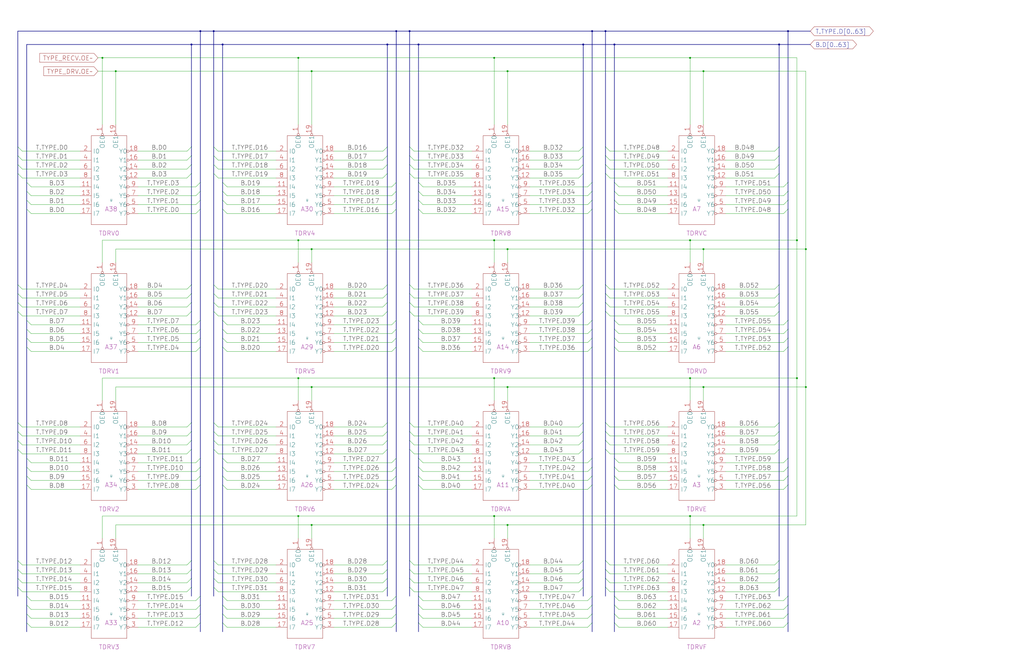
<source format=kicad_sch>
(kicad_sch (version 20220404) (generator eeschema)
  (paper "User" 584.2 378.46)
  (title_block (title "TYPE DRIVER AND RECEIVER") (date "15-MAR-90") (rev "1.0") (comment 1 "TYPE") (comment 2 "232-003062") (comment 3 "S400") (comment 4 "RELEASED"))
  (junction (at 127 25.4))
  (junction (at 281.94 294.64))
  (junction (at 289.56 220.98))
  (junction (at 337.82 17.78))
  (junction (at 170.18 294.64))
  (junction (at 459.74 142.24))
  (junction (at 170.18 215.9))
  (junction (at 121.92 17.78))
  (junction (at 401.32 220.98))
  (junction (at 393.7 215.9))
  (junction (at 226.06 17.78))
  (junction (at 289.56 40.64))
  (junction (at 177.8 299.72))
  (junction (at 332.74 25.4))
  (junction (at 401.32 40.64))
  (junction (at 114.3 17.78))
  (junction (at 281.94 33.02))
  (junction (at 177.8 40.64))
  (junction (at 454.66 137.16))
  (junction (at 170.18 33.02))
  (junction (at 281.94 137.16))
  (junction (at 345.44 17.78))
  (junction (at 459.74 220.98))
  (junction (at 177.8 220.98))
  (junction (at 109.22 25.4))
  (junction (at 177.8 142.24))
  (junction (at 66.04 40.64))
  (junction (at 454.66 215.9))
  (junction (at 289.56 142.24))
  (junction (at 393.7 137.16))
  (junction (at 220.98 25.4))
  (junction (at 238.76 25.4))
  (junction (at 393.7 33.02))
  (junction (at 401.32 299.72))
  (junction (at 401.32 142.24))
  (junction (at 233.68 17.78))
  (junction (at 289.56 299.72))
  (junction (at 281.94 215.9))
  (junction (at 350.52 25.4))
  (junction (at 449.58 17.78))
  (junction (at 444.5 25.4))
  (junction (at 58.42 33.02))
  (junction (at 170.18 137.16))
  (junction (at 393.7 294.64))
  (bus_entry (at 332.74 325.12) (size -2.54 2.54))
  (bus_entry (at 233.68 246.38) (size 2.54 2.54))
  (bus_entry (at 449.58 114.3) (size -2.54 2.54))
  (bus_entry (at 350.52 266.7) (size 2.54 2.54))
  (bus_entry (at 233.68 88.9) (size 2.54 2.54))
  (bus_entry (at 15.24 198.12) (size 2.54 2.54))
  (bus_entry (at 233.68 325.12) (size 2.54 2.54))
  (bus_entry (at 15.24 340.36) (size 2.54 2.54))
  (bus_entry (at 337.82 182.88) (size -2.54 2.54))
  (bus_entry (at 127 266.7) (size 2.54 2.54))
  (bus_entry (at 114.3 119.38) (size -2.54 2.54))
  (bus_entry (at 220.98 177.8) (size -2.54 2.54))
  (bus_entry (at 337.82 198.12) (size -2.54 2.54))
  (bus_entry (at 109.22 167.64) (size -2.54 2.54))
  (bus_entry (at 332.74 241.3) (size -2.54 2.54))
  (bus_entry (at 121.92 241.3) (size 2.54 2.54))
  (bus_entry (at 444.5 88.9) (size -2.54 2.54))
  (bus_entry (at 10.16 88.9) (size 2.54 2.54))
  (bus_entry (at 114.3 340.36) (size -2.54 2.54))
  (bus_entry (at 10.16 177.8) (size 2.54 2.54))
  (bus_entry (at 238.76 119.38) (size 2.54 2.54))
  (bus_entry (at 220.98 241.3) (size -2.54 2.54))
  (bus_entry (at 220.98 330.2) (size -2.54 2.54))
  (bus_entry (at 449.58 261.62) (size -2.54 2.54))
  (bus_entry (at 226.06 276.86) (size -2.54 2.54))
  (bus_entry (at 350.52 271.78) (size 2.54 2.54))
  (bus_entry (at 114.3 276.86) (size -2.54 2.54))
  (bus_entry (at 226.06 193.04) (size -2.54 2.54))
  (bus_entry (at 345.44 93.98) (size 2.54 2.54))
  (bus_entry (at 238.76 340.36) (size 2.54 2.54))
  (bus_entry (at 127 182.88) (size 2.54 2.54))
  (bus_entry (at 121.92 246.38) (size 2.54 2.54))
  (bus_entry (at 449.58 266.7) (size -2.54 2.54))
  (bus_entry (at 345.44 325.12) (size 2.54 2.54))
  (bus_entry (at 15.24 104.14) (size 2.54 2.54))
  (bus_entry (at 121.92 93.98) (size 2.54 2.54))
  (bus_entry (at 114.3 271.78) (size -2.54 2.54))
  (bus_entry (at 114.3 182.88) (size -2.54 2.54))
  (bus_entry (at 109.22 335.28) (size -2.54 2.54))
  (bus_entry (at 15.24 276.86) (size 2.54 2.54))
  (bus_entry (at 337.82 261.62) (size -2.54 2.54))
  (bus_entry (at 350.52 340.36) (size 2.54 2.54))
  (bus_entry (at 238.76 114.3) (size 2.54 2.54))
  (bus_entry (at 114.3 104.14) (size -2.54 2.54))
  (bus_entry (at 345.44 335.28) (size 2.54 2.54))
  (bus_entry (at 114.3 266.7) (size -2.54 2.54))
  (bus_entry (at 449.58 198.12) (size -2.54 2.54))
  (bus_entry (at 10.16 320.04) (size 2.54 2.54))
  (bus_entry (at 350.52 114.3) (size 2.54 2.54))
  (bus_entry (at 350.52 198.12) (size 2.54 2.54))
  (bus_entry (at 345.44 246.38) (size 2.54 2.54))
  (bus_entry (at 10.16 172.72) (size 2.54 2.54))
  (bus_entry (at 114.3 345.44) (size -2.54 2.54))
  (bus_entry (at 337.82 114.3) (size -2.54 2.54))
  (bus_entry (at 10.16 241.3) (size 2.54 2.54))
  (bus_entry (at 109.22 325.12) (size -2.54 2.54))
  (bus_entry (at 109.22 320.04) (size -2.54 2.54))
  (bus_entry (at 332.74 83.82) (size -2.54 2.54))
  (bus_entry (at 345.44 83.82) (size 2.54 2.54))
  (bus_entry (at 238.76 182.88) (size 2.54 2.54))
  (bus_entry (at 114.3 109.22) (size -2.54 2.54))
  (bus_entry (at 238.76 345.44) (size 2.54 2.54))
  (bus_entry (at 233.68 93.98) (size 2.54 2.54))
  (bus_entry (at 220.98 88.9) (size -2.54 2.54))
  (bus_entry (at 10.16 256.54) (size 2.54 2.54))
  (bus_entry (at 444.5 241.3) (size -2.54 2.54))
  (bus_entry (at 15.24 266.7) (size 2.54 2.54))
  (bus_entry (at 127 350.52) (size 2.54 2.54))
  (bus_entry (at 444.5 177.8) (size -2.54 2.54))
  (bus_entry (at 233.68 256.54) (size 2.54 2.54))
  (bus_entry (at 444.5 330.2) (size -2.54 2.54))
  (bus_entry (at 15.24 187.96) (size 2.54 2.54))
  (bus_entry (at 444.5 246.38) (size -2.54 2.54))
  (bus_entry (at 127 187.96) (size 2.54 2.54))
  (bus_entry (at 444.5 93.98) (size -2.54 2.54))
  (bus_entry (at 226.06 340.36) (size -2.54 2.54))
  (bus_entry (at 337.82 350.52) (size -2.54 2.54))
  (bus_entry (at 449.58 271.78) (size -2.54 2.54))
  (bus_entry (at 127 276.86) (size 2.54 2.54))
  (bus_entry (at 220.98 325.12) (size -2.54 2.54))
  (bus_entry (at 220.98 320.04) (size -2.54 2.54))
  (bus_entry (at 220.98 167.64) (size -2.54 2.54))
  (bus_entry (at 220.98 256.54) (size -2.54 2.54))
  (bus_entry (at 350.52 276.86) (size 2.54 2.54))
  (bus_entry (at 444.5 83.82) (size -2.54 2.54))
  (bus_entry (at 350.52 350.52) (size 2.54 2.54))
  (bus_entry (at 449.58 193.04) (size -2.54 2.54))
  (bus_entry (at 337.82 355.6) (size -2.54 2.54))
  (bus_entry (at 345.44 256.54) (size 2.54 2.54))
  (bus_entry (at 109.22 177.8) (size -2.54 2.54))
  (bus_entry (at 226.06 114.3) (size -2.54 2.54))
  (bus_entry (at 449.58 109.22) (size -2.54 2.54))
  (bus_entry (at 15.24 271.78) (size 2.54 2.54))
  (bus_entry (at 121.92 251.46) (size 2.54 2.54))
  (bus_entry (at 350.52 182.88) (size 2.54 2.54))
  (bus_entry (at 109.22 256.54) (size -2.54 2.54))
  (bus_entry (at 121.92 99.06) (size 2.54 2.54))
  (bus_entry (at 127 271.78) (size 2.54 2.54))
  (bus_entry (at 114.3 355.6) (size -2.54 2.54))
  (bus_entry (at 220.98 246.38) (size -2.54 2.54))
  (bus_entry (at 449.58 104.14) (size -2.54 2.54))
  (bus_entry (at 444.5 172.72) (size -2.54 2.54))
  (bus_entry (at 332.74 335.28) (size -2.54 2.54))
  (bus_entry (at 444.5 99.06) (size -2.54 2.54))
  (bus_entry (at 332.74 246.38) (size -2.54 2.54))
  (bus_entry (at 109.22 162.56) (size -2.54 2.54))
  (bus_entry (at 238.76 276.86) (size 2.54 2.54))
  (bus_entry (at 15.24 350.52) (size 2.54 2.54))
  (bus_entry (at 127 345.44) (size 2.54 2.54))
  (bus_entry (at 114.3 187.96) (size -2.54 2.54))
  (bus_entry (at 332.74 88.9) (size -2.54 2.54))
  (bus_entry (at 449.58 340.36) (size -2.54 2.54))
  (bus_entry (at 449.58 187.96) (size -2.54 2.54))
  (bus_entry (at 109.22 241.3) (size -2.54 2.54))
  (bus_entry (at 220.98 172.72) (size -2.54 2.54))
  (bus_entry (at 332.74 320.04) (size -2.54 2.54))
  (bus_entry (at 444.5 167.64) (size -2.54 2.54))
  (bus_entry (at 15.24 114.3) (size 2.54 2.54))
  (bus_entry (at 226.06 355.6) (size -2.54 2.54))
  (bus_entry (at 121.92 83.82) (size 2.54 2.54))
  (bus_entry (at 226.06 266.7) (size -2.54 2.54))
  (bus_entry (at 350.52 355.6) (size 2.54 2.54))
  (bus_entry (at 337.82 266.7) (size -2.54 2.54))
  (bus_entry (at 109.22 330.2) (size -2.54 2.54))
  (bus_entry (at 233.68 335.28) (size 2.54 2.54))
  (bus_entry (at 345.44 320.04) (size 2.54 2.54))
  (bus_entry (at 337.82 345.44) (size -2.54 2.54))
  (bus_entry (at 444.5 320.04) (size -2.54 2.54))
  (bus_entry (at 238.76 271.78) (size 2.54 2.54))
  (bus_entry (at 337.82 119.38) (size -2.54 2.54))
  (bus_entry (at 127 104.14) (size 2.54 2.54))
  (bus_entry (at 350.52 193.04) (size 2.54 2.54))
  (bus_entry (at 238.76 350.52) (size 2.54 2.54))
  (bus_entry (at 444.5 256.54) (size -2.54 2.54))
  (bus_entry (at 121.92 167.64) (size 2.54 2.54))
  (bus_entry (at 114.3 193.04) (size -2.54 2.54))
  (bus_entry (at 114.3 114.3) (size -2.54 2.54))
  (bus_entry (at 332.74 251.46) (size -2.54 2.54))
  (bus_entry (at 127 340.36) (size 2.54 2.54))
  (bus_entry (at 238.76 109.22) (size 2.54 2.54))
  (bus_entry (at 345.44 167.64) (size 2.54 2.54))
  (bus_entry (at 109.22 172.72) (size -2.54 2.54))
  (bus_entry (at 15.24 119.38) (size 2.54 2.54))
  (bus_entry (at 226.06 271.78) (size -2.54 2.54))
  (bus_entry (at 233.68 320.04) (size 2.54 2.54))
  (bus_entry (at 226.06 198.12) (size -2.54 2.54))
  (bus_entry (at 233.68 99.06) (size 2.54 2.54))
  (bus_entry (at 10.16 251.46) (size 2.54 2.54))
  (bus_entry (at 220.98 93.98) (size -2.54 2.54))
  (bus_entry (at 332.74 172.72) (size -2.54 2.54))
  (bus_entry (at 121.92 256.54) (size 2.54 2.54))
  (bus_entry (at 337.82 271.78) (size -2.54 2.54))
  (bus_entry (at 127 109.22) (size 2.54 2.54))
  (bus_entry (at 220.98 99.06) (size -2.54 2.54))
  (bus_entry (at 15.24 109.22) (size 2.54 2.54))
  (bus_entry (at 332.74 167.64) (size -2.54 2.54))
  (bus_entry (at 233.68 172.72) (size 2.54 2.54))
  (bus_entry (at 15.24 182.88) (size 2.54 2.54))
  (bus_entry (at 10.16 325.12) (size 2.54 2.54))
  (bus_entry (at 345.44 99.06) (size 2.54 2.54))
  (bus_entry (at 345.44 177.8) (size 2.54 2.54))
  (bus_entry (at 337.82 109.22) (size -2.54 2.54))
  (bus_entry (at 10.16 162.56) (size 2.54 2.54))
  (bus_entry (at 337.82 104.14) (size -2.54 2.54))
  (bus_entry (at 226.06 261.62) (size -2.54 2.54))
  (bus_entry (at 345.44 88.9) (size 2.54 2.54))
  (bus_entry (at 10.16 93.98) (size 2.54 2.54))
  (bus_entry (at 15.24 193.04) (size 2.54 2.54))
  (bus_entry (at 109.22 251.46) (size -2.54 2.54))
  (bus_entry (at 121.92 325.12) (size 2.54 2.54))
  (bus_entry (at 10.16 83.82) (size 2.54 2.54))
  (bus_entry (at 109.22 83.82) (size -2.54 2.54))
  (bus_entry (at 444.5 335.28) (size -2.54 2.54))
  (bus_entry (at 114.3 261.62) (size -2.54 2.54))
  (bus_entry (at 15.24 355.6) (size 2.54 2.54))
  (bus_entry (at 345.44 241.3) (size 2.54 2.54))
  (bus_entry (at 233.68 167.64) (size 2.54 2.54))
  (bus_entry (at 238.76 187.96) (size 2.54 2.54))
  (bus_entry (at 127 119.38) (size 2.54 2.54))
  (bus_entry (at 121.92 172.72) (size 2.54 2.54))
  (bus_entry (at 444.5 162.56) (size -2.54 2.54))
  (bus_entry (at 233.68 241.3) (size 2.54 2.54))
  (bus_entry (at 337.82 340.36) (size -2.54 2.54))
  (bus_entry (at 109.22 99.06) (size -2.54 2.54))
  (bus_entry (at 345.44 330.2) (size 2.54 2.54))
  (bus_entry (at 127 193.04) (size 2.54 2.54))
  (bus_entry (at 127 198.12) (size 2.54 2.54))
  (bus_entry (at 332.74 177.8) (size -2.54 2.54))
  (bus_entry (at 233.68 83.82) (size 2.54 2.54))
  (bus_entry (at 332.74 330.2) (size -2.54 2.54))
  (bus_entry (at 15.24 261.62) (size 2.54 2.54))
  (bus_entry (at 449.58 276.86) (size -2.54 2.54))
  (bus_entry (at 10.16 246.38) (size 2.54 2.54))
  (bus_entry (at 10.16 330.2) (size 2.54 2.54))
  (bus_entry (at 337.82 193.04) (size -2.54 2.54))
  (bus_entry (at 127 114.3) (size 2.54 2.54))
  (bus_entry (at 233.68 251.46) (size 2.54 2.54))
  (bus_entry (at 226.06 187.96) (size -2.54 2.54))
  (bus_entry (at 121.92 330.2) (size 2.54 2.54))
  (bus_entry (at 350.52 104.14) (size 2.54 2.54))
  (bus_entry (at 238.76 355.6) (size 2.54 2.54))
  (bus_entry (at 121.92 320.04) (size 2.54 2.54))
  (bus_entry (at 337.82 276.86) (size -2.54 2.54))
  (bus_entry (at 226.06 345.44) (size -2.54 2.54))
  (bus_entry (at 127 355.6) (size 2.54 2.54))
  (bus_entry (at 220.98 335.28) (size -2.54 2.54))
  (bus_entry (at 226.06 119.38) (size -2.54 2.54))
  (bus_entry (at 226.06 350.52) (size -2.54 2.54))
  (bus_entry (at 233.68 162.56) (size 2.54 2.54))
  (bus_entry (at 350.52 109.22) (size 2.54 2.54))
  (bus_entry (at 226.06 104.14) (size -2.54 2.54))
  (bus_entry (at 226.06 182.88) (size -2.54 2.54))
  (bus_entry (at 449.58 182.88) (size -2.54 2.54))
  (bus_entry (at 345.44 251.46) (size 2.54 2.54))
  (bus_entry (at 15.24 345.44) (size 2.54 2.54))
  (bus_entry (at 238.76 266.7) (size 2.54 2.54))
  (bus_entry (at 332.74 256.54) (size -2.54 2.54))
  (bus_entry (at 238.76 193.04) (size 2.54 2.54))
  (bus_entry (at 332.74 99.06) (size -2.54 2.54))
  (bus_entry (at 350.52 187.96) (size 2.54 2.54))
  (bus_entry (at 121.92 162.56) (size 2.54 2.54))
  (bus_entry (at 226.06 109.22) (size -2.54 2.54))
  (bus_entry (at 345.44 172.72) (size 2.54 2.54))
  (bus_entry (at 238.76 261.62) (size 2.54 2.54))
  (bus_entry (at 121.92 88.9) (size 2.54 2.54))
  (bus_entry (at 332.74 93.98) (size -2.54 2.54))
  (bus_entry (at 220.98 251.46) (size -2.54 2.54))
  (bus_entry (at 238.76 198.12) (size 2.54 2.54))
  (bus_entry (at 449.58 345.44) (size -2.54 2.54))
  (bus_entry (at 337.82 187.96) (size -2.54 2.54))
  (bus_entry (at 114.3 198.12) (size -2.54 2.54))
  (bus_entry (at 332.74 162.56) (size -2.54 2.54))
  (bus_entry (at 114.3 350.52) (size -2.54 2.54))
  (bus_entry (at 220.98 83.82) (size -2.54 2.54))
  (bus_entry (at 121.92 335.28) (size 2.54 2.54))
  (bus_entry (at 109.22 88.9) (size -2.54 2.54))
  (bus_entry (at 350.52 261.62) (size 2.54 2.54))
  (bus_entry (at 10.16 99.06) (size 2.54 2.54))
  (bus_entry (at 449.58 350.52) (size -2.54 2.54))
  (bus_entry (at 121.92 177.8) (size 2.54 2.54))
  (bus_entry (at 109.22 93.98) (size -2.54 2.54))
  (bus_entry (at 127 261.62) (size 2.54 2.54))
  (bus_entry (at 444.5 325.12) (size -2.54 2.54))
  (bus_entry (at 220.98 162.56) (size -2.54 2.54))
  (bus_entry (at 238.76 104.14) (size 2.54 2.54))
  (bus_entry (at 345.44 162.56) (size 2.54 2.54))
  (bus_entry (at 233.68 177.8) (size 2.54 2.54))
  (bus_entry (at 449.58 355.6) (size -2.54 2.54))
  (bus_entry (at 10.16 335.28) (size 2.54 2.54))
  (bus_entry (at 449.58 119.38) (size -2.54 2.54))
  (bus_entry (at 444.5 251.46) (size -2.54 2.54))
  (bus_entry (at 10.16 167.64) (size 2.54 2.54))
  (bus_entry (at 350.52 345.44) (size 2.54 2.54))
  (bus_entry (at 233.68 330.2) (size 2.54 2.54))
  (bus_entry (at 350.52 119.38) (size 2.54 2.54))
  (bus_entry (at 109.22 246.38) (size -2.54 2.54))
  (bus (pts (xy 233.68 162.56) (xy 233.68 167.64)))
  (bus (pts (xy 238.76 187.96) (xy 238.76 193.04)))
  (wire (pts (xy 302.26 269.24) (xy 335.28 269.24)))
  (bus (pts (xy 220.98 25.4) (xy 238.76 25.4)))
  (bus (pts (xy 337.82 119.38) (xy 337.82 182.88)))
  (wire (pts (xy 302.26 279.4) (xy 335.28 279.4)))
  (bus (pts (xy 220.98 177.8) (xy 220.98 241.3)))
  (bus (pts (xy 10.16 246.38) (xy 10.16 251.46)))
  (bus (pts (xy 109.22 88.9) (xy 109.22 93.98)))
  (wire (pts (xy 241.3 264.16) (xy 269.24 264.16)))
  (wire (pts (xy 58.42 215.9) (xy 170.18 215.9)))
  (bus (pts (xy 238.76 182.88) (xy 238.76 187.96)))
  (bus (pts (xy 114.3 266.7) (xy 114.3 271.78)))
  (wire (pts (xy 66.04 40.64) (xy 177.8 40.64)))
  (wire (pts (xy 401.32 142.24) (xy 459.74 142.24)))
  (bus (pts (xy 449.58 17.78) (xy 449.58 104.14)))
  (bus (pts (xy 238.76 119.38) (xy 238.76 182.88)))
  (bus (pts (xy 10.16 17.78) (xy 10.16 83.82)))
  (bus (pts (xy 345.44 330.2) (xy 345.44 335.28)))
  (wire (pts (xy 190.5 170.18) (xy 218.44 170.18)))
  (bus (pts (xy 121.92 167.64) (xy 121.92 172.72)))
  (bus (pts (xy 337.82 182.88) (xy 337.82 187.96)))
  (bus (pts (xy 121.92 320.04) (xy 121.92 325.12)))
  (wire (pts (xy 190.5 106.68) (xy 223.52 106.68)))
  (wire (pts (xy 353.06 279.4) (xy 381 279.4)))
  (bus (pts (xy 226.06 261.62) (xy 226.06 266.7)))
  (bus (pts (xy 337.82 187.96) (xy 337.82 193.04)))
  (wire (pts (xy 78.74 259.08) (xy 106.68 259.08)))
  (bus (pts (xy 109.22 167.64) (xy 109.22 172.72)))
  (wire (pts (xy 58.42 215.9) (xy 58.42 228.6)))
  (wire (pts (xy 190.5 86.36) (xy 218.44 86.36)))
  (bus (pts (xy 238.76 114.3) (xy 238.76 119.38)))
  (wire (pts (xy 129.54 342.9) (xy 157.48 342.9)))
  (wire (pts (xy 302.26 274.32) (xy 335.28 274.32)))
  (wire (pts (xy 401.32 299.72) (xy 289.56 299.72)))
  (bus (pts (xy 127 340.36) (xy 127 345.44)))
  (wire (pts (xy 401.32 220.98) (xy 459.74 220.98)))
  (bus (pts (xy 444.5 25.4) (xy 462.28 25.4)))
  (wire (pts (xy 236.22 248.92) (xy 269.24 248.92)))
  (bus (pts (xy 15.24 345.44) (xy 15.24 350.52)))
  (wire (pts (xy 414.02 170.18) (xy 441.96 170.18)))
  (wire (pts (xy 241.3 106.68) (xy 269.24 106.68)))
  (bus (pts (xy 226.06 198.12) (xy 226.06 261.62)))
  (wire (pts (xy 58.42 33.02) (xy 58.42 71.12)))
  (wire (pts (xy 281.94 33.02) (xy 281.94 71.12)))
  (bus (pts (xy 350.52 182.88) (xy 350.52 187.96)))
  (bus (pts (xy 337.82 266.7) (xy 337.82 271.78)))
  (wire (pts (xy 78.74 91.44) (xy 106.68 91.44)))
  (bus (pts (xy 238.76 345.44) (xy 238.76 350.52)))
  (bus (pts (xy 449.58 104.14) (xy 449.58 109.22)))
  (bus (pts (xy 220.98 241.3) (xy 220.98 246.38)))
  (bus (pts (xy 15.24 350.52) (xy 15.24 355.6)))
  (bus (pts (xy 109.22 335.28) (xy 109.22 340.36)))
  (bus (pts (xy 444.5 83.82) (xy 444.5 88.9)))
  (wire (pts (xy 170.18 294.64) (xy 58.42 294.64)))
  (bus (pts (xy 238.76 266.7) (xy 238.76 271.78)))
  (bus (pts (xy 127 276.86) (xy 127 340.36)))
  (bus (pts (xy 350.52 276.86) (xy 350.52 340.36)))
  (bus (pts (xy 121.92 251.46) (xy 121.92 256.54)))
  (bus (pts (xy 337.82 271.78) (xy 337.82 276.86)))
  (wire (pts (xy 190.5 116.84) (xy 223.52 116.84)))
  (wire (pts (xy 289.56 142.24) (xy 401.32 142.24)))
  (wire (pts (xy 124.46 254) (xy 157.48 254)))
  (wire (pts (xy 78.74 170.18) (xy 106.68 170.18)))
  (bus (pts (xy 350.52 355.6) (xy 350.52 360.68)))
  (bus (pts (xy 220.98 162.56) (xy 220.98 167.64)))
  (wire (pts (xy 124.46 337.82) (xy 157.48 337.82)))
  (bus (pts (xy 127 182.88) (xy 127 187.96)))
  (bus (pts (xy 233.68 93.98) (xy 233.68 99.06)))
  (wire (pts (xy 12.7 180.34) (xy 45.72 180.34)))
  (bus (pts (xy 109.22 330.2) (xy 109.22 335.28)))
  (bus (pts (xy 127 355.6) (xy 127 360.68)))
  (bus (pts (xy 226.06 17.78) (xy 226.06 104.14)))
  (wire (pts (xy 241.3 342.9) (xy 269.24 342.9)))
  (bus (pts (xy 114.3 271.78) (xy 114.3 276.86)))
  (bus (pts (xy 238.76 350.52) (xy 238.76 355.6)))
  (bus (pts (xy 226.06 119.38) (xy 226.06 182.88)))
  (bus (pts (xy 226.06 350.52) (xy 226.06 355.6)))
  (wire (pts (xy 347.98 86.36) (xy 381 86.36)))
  (bus (pts (xy 109.22 25.4) (xy 127 25.4)))
  (wire (pts (xy 302.26 185.42) (xy 335.28 185.42)))
  (bus (pts (xy 109.22 320.04) (xy 109.22 325.12)))
  (wire (pts (xy 12.7 332.74) (xy 45.72 332.74)))
  (wire (pts (xy 129.54 269.24) (xy 157.48 269.24)))
  (bus (pts (xy 444.5 246.38) (xy 444.5 251.46)))
  (bus (pts (xy 226.06 345.44) (xy 226.06 350.52)))
  (wire (pts (xy 347.98 248.92) (xy 381 248.92)))
  (wire (pts (xy 124.46 96.52) (xy 157.48 96.52)))
  (wire (pts (xy 393.7 137.16) (xy 393.7 149.86)))
  (wire (pts (xy 302.26 91.44) (xy 330.2 91.44)))
  (bus (pts (xy 233.68 335.28) (xy 233.68 340.36)))
  (wire (pts (xy 190.5 175.26) (xy 218.44 175.26)))
  (bus (pts (xy 127 25.4) (xy 127 104.14)))
  (bus (pts (xy 444.5 99.06) (xy 444.5 162.56)))
  (bus (pts (xy 337.82 276.86) (xy 337.82 340.36)))
  (bus (pts (xy 449.58 276.86) (xy 449.58 340.36)))
  (bus (pts (xy 226.06 193.04) (xy 226.06 198.12)))
  (bus (pts (xy 337.82 104.14) (xy 337.82 109.22)))
  (bus (pts (xy 220.98 246.38) (xy 220.98 251.46)))
  (wire (pts (xy 281.94 137.16) (xy 281.94 149.86)))
  (bus (pts (xy 226.06 271.78) (xy 226.06 276.86)))
  (bus (pts (xy 114.3 114.3) (xy 114.3 119.38)))
  (wire (pts (xy 78.74 101.6) (xy 106.68 101.6)))
  (bus (pts (xy 114.3 198.12) (xy 114.3 261.62)))
  (wire (pts (xy 241.3 116.84) (xy 269.24 116.84)))
  (bus (pts (xy 449.58 198.12) (xy 449.58 261.62)))
  (bus (pts (xy 238.76 340.36) (xy 238.76 345.44)))
  (wire (pts (xy 401.32 40.64) (xy 401.32 71.12)))
  (wire (pts (xy 78.74 180.34) (xy 106.68 180.34)))
  (wire (pts (xy 190.5 200.66) (xy 223.52 200.66)))
  (wire (pts (xy 289.56 220.98) (xy 289.56 228.6)))
  (wire (pts (xy 414.02 190.5) (xy 447.04 190.5)))
  (wire (pts (xy 190.5 190.5) (xy 223.52 190.5)))
  (wire (pts (xy 236.22 170.18) (xy 269.24 170.18)))
  (wire (pts (xy 129.54 347.98) (xy 157.48 347.98)))
  (wire (pts (xy 281.94 215.9) (xy 393.7 215.9)))
  (wire (pts (xy 281.94 294.64) (xy 281.94 307.34)))
  (bus (pts (xy 127 198.12) (xy 127 261.62)))
  (wire (pts (xy 124.46 180.34) (xy 157.48 180.34)))
  (wire (pts (xy 454.66 294.64) (xy 393.7 294.64)))
  (wire (pts (xy 17.78 279.4) (xy 45.72 279.4)))
  (wire (pts (xy 353.06 274.32) (xy 381 274.32)))
  (wire (pts (xy 414.02 248.92) (xy 441.96 248.92)))
  (bus (pts (xy 444.5 93.98) (xy 444.5 99.06)))
  (wire (pts (xy 353.06 353.06) (xy 381 353.06)))
  (wire (pts (xy 414.02 322.58) (xy 441.96 322.58)))
  (bus (pts (xy 233.68 17.78) (xy 337.82 17.78)))
  (wire (pts (xy 190.5 342.9) (xy 223.52 342.9)))
  (bus (pts (xy 220.98 167.64) (xy 220.98 172.72)))
  (wire (pts (xy 414.02 327.66) (xy 441.96 327.66)))
  (wire (pts (xy 190.5 264.16) (xy 223.52 264.16)))
  (bus (pts (xy 345.44 241.3) (xy 345.44 246.38)))
  (wire (pts (xy 302.26 243.84) (xy 330.2 243.84)))
  (wire (pts (xy 78.74 121.92) (xy 111.76 121.92)))
  (wire (pts (xy 129.54 264.16) (xy 157.48 264.16)))
  (bus (pts (xy 220.98 88.9) (xy 220.98 93.98)))
  (wire (pts (xy 58.42 294.64) (xy 58.42 307.34)))
  (wire (pts (xy 124.46 327.66) (xy 157.48 327.66)))
  (wire (pts (xy 454.66 137.16) (xy 454.66 215.9)))
  (bus (pts (xy 332.74 93.98) (xy 332.74 99.06)))
  (wire (pts (xy 236.22 332.74) (xy 269.24 332.74)))
  (wire (pts (xy 236.22 243.84) (xy 269.24 243.84)))
  (bus (pts (xy 109.22 93.98) (xy 109.22 99.06)))
  (wire (pts (xy 170.18 33.02) (xy 170.18 71.12)))
  (wire (pts (xy 414.02 175.26) (xy 441.96 175.26)))
  (bus (pts (xy 121.92 88.9) (xy 121.92 93.98)))
  (wire (pts (xy 414.02 165.1) (xy 441.96 165.1)))
  (wire (pts (xy 347.98 259.08) (xy 381 259.08)))
  (bus (pts (xy 10.16 330.2) (xy 10.16 335.28)))
  (wire (pts (xy 353.06 116.84) (xy 381 116.84)))
  (wire (pts (xy 190.5 327.66) (xy 218.44 327.66)))
  (wire (pts (xy 78.74 353.06) (xy 111.76 353.06)))
  (bus (pts (xy 337.82 193.04) (xy 337.82 198.12)))
  (bus (pts (xy 332.74 256.54) (xy 332.74 320.04)))
  (wire (pts (xy 414.02 200.66) (xy 447.04 200.66)))
  (wire (pts (xy 17.78 353.06) (xy 45.72 353.06)))
  (bus (pts (xy 10.16 83.82) (xy 10.16 88.9)))
  (wire (pts (xy 347.98 165.1) (xy 381 165.1)))
  (wire (pts (xy 190.5 322.58) (xy 218.44 322.58)))
  (bus (pts (xy 15.24 355.6) (xy 15.24 360.68)))
  (bus (pts (xy 449.58 266.7) (xy 449.58 271.78)))
  (wire (pts (xy 17.78 116.84) (xy 45.72 116.84)))
  (wire (pts (xy 78.74 342.9) (xy 111.76 342.9)))
  (bus (pts (xy 449.58 355.6) (xy 449.58 360.68)))
  (wire (pts (xy 353.06 111.76) (xy 381 111.76)))
  (wire (pts (xy 241.3 185.42) (xy 269.24 185.42)))
  (bus (pts (xy 332.74 246.38) (xy 332.74 251.46)))
  (wire (pts (xy 170.18 294.64) (xy 170.18 307.34)))
  (wire (pts (xy 17.78 121.92) (xy 45.72 121.92)))
  (wire (pts (xy 302.26 200.66) (xy 335.28 200.66)))
  (bus (pts (xy 332.74 320.04) (xy 332.74 325.12)))
  (bus (pts (xy 10.16 167.64) (xy 10.16 172.72)))
  (bus (pts (xy 345.44 88.9) (xy 345.44 93.98)))
  (bus (pts (xy 109.22 256.54) (xy 109.22 320.04)))
  (wire (pts (xy 241.3 269.24) (xy 269.24 269.24)))
  (wire (pts (xy 124.46 170.18) (xy 157.48 170.18)))
  (bus (pts (xy 449.58 350.52) (xy 449.58 355.6)))
  (wire (pts (xy 236.22 165.1) (xy 269.24 165.1)))
  (bus (pts (xy 109.22 246.38) (xy 109.22 251.46)))
  (wire (pts (xy 177.8 299.72) (xy 177.8 307.34)))
  (wire (pts (xy 289.56 299.72) (xy 289.56 307.34)))
  (wire (pts (xy 129.54 200.66) (xy 157.48 200.66)))
  (wire (pts (xy 78.74 96.52) (xy 106.68 96.52)))
  (wire (pts (xy 12.7 243.84) (xy 45.72 243.84)))
  (bus (pts (xy 345.44 256.54) (xy 345.44 320.04)))
  (bus (pts (xy 226.06 187.96) (xy 226.06 193.04)))
  (wire (pts (xy 124.46 322.58) (xy 157.48 322.58)))
  (wire (pts (xy 177.8 220.98) (xy 289.56 220.98)))
  (wire (pts (xy 129.54 195.58) (xy 157.48 195.58)))
  (bus (pts (xy 345.44 162.56) (xy 345.44 167.64)))
  (wire (pts (xy 236.22 96.52) (xy 269.24 96.52)))
  (wire (pts (xy 302.26 259.08) (xy 330.2 259.08)))
  (wire (pts (xy 12.7 254) (xy 45.72 254)))
  (wire (pts (xy 414.02 185.42) (xy 447.04 185.42)))
  (wire (pts (xy 170.18 215.9) (xy 170.18 228.6)))
  (bus (pts (xy 15.24 266.7) (xy 15.24 271.78)))
  (bus (pts (xy 350.52 114.3) (xy 350.52 119.38)))
  (bus (pts (xy 449.58 114.3) (xy 449.58 119.38)))
  (wire (pts (xy 78.74 165.1) (xy 106.68 165.1)))
  (wire (pts (xy 302.26 111.76) (xy 335.28 111.76)))
  (bus (pts (xy 233.68 88.9) (xy 233.68 93.98)))
  (bus (pts (xy 233.68 167.64) (xy 233.68 172.72)))
  (wire (pts (xy 414.02 111.76) (xy 447.04 111.76)))
  (wire (pts (xy 124.46 243.84) (xy 157.48 243.84)))
  (bus (pts (xy 350.52 350.52) (xy 350.52 355.6)))
  (wire (pts (xy 353.06 185.42) (xy 381 185.42)))
  (bus (pts (xy 238.76 193.04) (xy 238.76 198.12)))
  (bus (pts (xy 109.22 162.56) (xy 109.22 167.64)))
  (wire (pts (xy 236.22 337.82) (xy 269.24 337.82)))
  (wire (pts (xy 170.18 137.16) (xy 281.94 137.16)))
  (wire (pts (xy 353.06 358.14) (xy 381 358.14)))
  (wire (pts (xy 302.26 101.6) (xy 330.2 101.6)))
  (wire (pts (xy 353.06 264.16) (xy 381 264.16)))
  (bus (pts (xy 127 114.3) (xy 127 119.38)))
  (wire (pts (xy 177.8 142.24) (xy 289.56 142.24)))
  (wire (pts (xy 401.32 299.72) (xy 401.32 307.34)))
  (bus (pts (xy 449.58 187.96) (xy 449.58 193.04)))
  (bus (pts (xy 449.58 109.22) (xy 449.58 114.3)))
  (wire (pts (xy 414.02 259.08) (xy 441.96 259.08)))
  (wire (pts (xy 190.5 96.52) (xy 218.44 96.52)))
  (bus (pts (xy 127 187.96) (xy 127 193.04)))
  (bus (pts (xy 121.92 93.98) (xy 121.92 99.06)))
  (wire (pts (xy 190.5 337.82) (xy 218.44 337.82)))
  (bus (pts (xy 332.74 162.56) (xy 332.74 167.64)))
  (wire (pts (xy 58.42 33.02) (xy 170.18 33.02)))
  (wire (pts (xy 12.7 337.82) (xy 45.72 337.82)))
  (wire (pts (xy 414.02 342.9) (xy 447.04 342.9)))
  (bus (pts (xy 345.44 320.04) (xy 345.44 325.12)))
  (wire (pts (xy 12.7 170.18) (xy 45.72 170.18)))
  (bus (pts (xy 226.06 104.14) (xy 226.06 109.22)))
  (bus (pts (xy 444.5 320.04) (xy 444.5 325.12)))
  (wire (pts (xy 12.7 259.08) (xy 45.72 259.08)))
  (wire (pts (xy 353.06 121.92) (xy 381 121.92)))
  (wire (pts (xy 78.74 279.4) (xy 111.76 279.4)))
  (bus (pts (xy 15.24 187.96) (xy 15.24 193.04)))
  (wire (pts (xy 289.56 220.98) (xy 401.32 220.98)))
  (bus (pts (xy 15.24 25.4) (xy 109.22 25.4)))
  (bus (pts (xy 10.16 99.06) (xy 10.16 162.56)))
  (wire (pts (xy 302.26 165.1) (xy 330.2 165.1)))
  (bus (pts (xy 345.44 246.38) (xy 345.44 251.46)))
  (bus (pts (xy 345.44 99.06) (xy 345.44 162.56)))
  (bus (pts (xy 238.76 276.86) (xy 238.76 340.36)))
  (wire (pts (xy 17.78 200.66) (xy 45.72 200.66)))
  (bus (pts (xy 114.3 340.36) (xy 114.3 345.44)))
  (wire (pts (xy 347.98 170.18) (xy 381 170.18)))
  (wire (pts (xy 414.02 264.16) (xy 447.04 264.16)))
  (bus (pts (xy 15.24 104.14) (xy 15.24 109.22)))
  (wire (pts (xy 78.74 327.66) (xy 106.68 327.66)))
  (wire (pts (xy 459.74 299.72) (xy 401.32 299.72)))
  (wire (pts (xy 17.78 274.32) (xy 45.72 274.32)))
  (bus (pts (xy 337.82 114.3) (xy 337.82 119.38)))
  (bus (pts (xy 332.74 25.4) (xy 350.52 25.4)))
  (bus (pts (xy 114.3 119.38) (xy 114.3 182.88)))
  (bus (pts (xy 233.68 325.12) (xy 233.68 330.2)))
  (bus (pts (xy 350.52 261.62) (xy 350.52 266.7)))
  (bus (pts (xy 449.58 261.62) (xy 449.58 266.7)))
  (bus (pts (xy 121.92 17.78) (xy 226.06 17.78)))
  (bus (pts (xy 220.98 99.06) (xy 220.98 162.56)))
  (wire (pts (xy 347.98 101.6) (xy 381 101.6)))
  (wire (pts (xy 17.78 106.68) (xy 45.72 106.68)))
  (bus (pts (xy 238.76 271.78) (xy 238.76 276.86)))
  (wire (pts (xy 177.8 299.72) (xy 66.04 299.72)))
  (bus (pts (xy 220.98 251.46) (xy 220.98 256.54)))
  (wire (pts (xy 78.74 175.26) (xy 106.68 175.26)))
  (bus (pts (xy 345.44 17.78) (xy 449.58 17.78)))
  (bus (pts (xy 15.24 276.86) (xy 15.24 340.36)))
  (bus (pts (xy 332.74 177.8) (xy 332.74 241.3)))
  (bus (pts (xy 114.3 193.04) (xy 114.3 198.12)))
  (bus (pts (xy 449.58 345.44) (xy 449.58 350.52)))
  (bus (pts (xy 15.24 114.3) (xy 15.24 119.38)))
  (bus (pts (xy 337.82 261.62) (xy 337.82 266.7)))
  (bus (pts (xy 226.06 109.22) (xy 226.06 114.3)))
  (bus (pts (xy 233.68 246.38) (xy 233.68 251.46)))
  (bus (pts (xy 444.5 325.12) (xy 444.5 330.2)))
  (wire (pts (xy 302.26 358.14) (xy 335.28 358.14)))
  (bus (pts (xy 121.92 256.54) (xy 121.92 320.04)))
  (wire (pts (xy 241.3 279.4) (xy 269.24 279.4)))
  (bus (pts (xy 114.3 355.6) (xy 114.3 360.68)))
  (bus (pts (xy 345.44 325.12) (xy 345.44 330.2)))
  (wire (pts (xy 236.22 322.58) (xy 269.24 322.58)))
  (wire (pts (xy 414.02 195.58) (xy 447.04 195.58)))
  (wire (pts (xy 12.7 248.92) (xy 45.72 248.92)))
  (wire (pts (xy 190.5 248.92) (xy 218.44 248.92)))
  (wire (pts (xy 129.54 279.4) (xy 157.48 279.4)))
  (bus (pts (xy 233.68 320.04) (xy 233.68 325.12)))
  (wire (pts (xy 190.5 195.58) (xy 223.52 195.58)))
  (bus (pts (xy 109.22 99.06) (xy 109.22 162.56)))
  (bus (pts (xy 345.44 177.8) (xy 345.44 241.3)))
  (wire (pts (xy 241.3 274.32) (xy 269.24 274.32)))
  (bus (pts (xy 109.22 241.3) (xy 109.22 246.38)))
  (wire (pts (xy 190.5 332.74) (xy 218.44 332.74)))
  (wire (pts (xy 353.06 200.66) (xy 381 200.66)))
  (bus (pts (xy 444.5 330.2) (xy 444.5 335.28)))
  (wire (pts (xy 454.66 215.9) (xy 454.66 294.64)))
  (bus (pts (xy 449.58 182.88) (xy 449.58 187.96)))
  (wire (pts (xy 78.74 347.98) (xy 111.76 347.98)))
  (bus (pts (xy 15.24 119.38) (xy 15.24 182.88)))
  (bus (pts (xy 127 109.22) (xy 127 114.3)))
  (wire (pts (xy 190.5 347.98) (xy 223.52 347.98)))
  (wire (pts (xy 78.74 274.32) (xy 111.76 274.32)))
  (wire (pts (xy 414.02 274.32) (xy 447.04 274.32)))
  (wire (pts (xy 302.26 190.5) (xy 335.28 190.5)))
  (wire (pts (xy 170.18 137.16) (xy 170.18 149.86)))
  (bus (pts (xy 10.16 325.12) (xy 10.16 330.2)))
  (wire (pts (xy 78.74 248.92) (xy 106.68 248.92)))
  (wire (pts (xy 177.8 40.64) (xy 289.56 40.64)))
  (wire (pts (xy 281.94 294.64) (xy 170.18 294.64)))
  (wire (pts (xy 78.74 332.74) (xy 106.68 332.74)))
  (wire (pts (xy 12.7 322.58) (xy 45.72 322.58)))
  (wire (pts (xy 414.02 332.74) (xy 441.96 332.74)))
  (bus (pts (xy 114.3 261.62) (xy 114.3 266.7)))
  (wire (pts (xy 129.54 353.06) (xy 157.48 353.06)))
  (wire (pts (xy 129.54 185.42) (xy 157.48 185.42)))
  (bus (pts (xy 233.68 177.8) (xy 233.68 241.3)))
  (bus (pts (xy 350.52 119.38) (xy 350.52 182.88)))
  (wire (pts (xy 393.7 294.64) (xy 393.7 307.34)))
  (wire (pts (xy 347.98 96.52) (xy 381 96.52)))
  (wire (pts (xy 17.78 269.24) (xy 45.72 269.24)))
  (wire (pts (xy 236.22 175.26) (xy 269.24 175.26)))
  (wire (pts (xy 177.8 40.64) (xy 177.8 71.12)))
  (bus (pts (xy 350.52 198.12) (xy 350.52 261.62)))
  (wire (pts (xy 241.3 358.14) (xy 269.24 358.14)))
  (bus (pts (xy 121.92 99.06) (xy 121.92 162.56)))
  (bus (pts (xy 332.74 335.28) (xy 332.74 340.36)))
  (wire (pts (xy 17.78 264.16) (xy 45.72 264.16)))
  (bus (pts (xy 444.5 335.28) (xy 444.5 340.36)))
  (wire (pts (xy 347.98 91.44) (xy 381 91.44)))
  (wire (pts (xy 347.98 180.34) (xy 381 180.34)))
  (bus (pts (xy 350.52 25.4) (xy 444.5 25.4)))
  (wire (pts (xy 393.7 215.9) (xy 393.7 228.6)))
  (wire (pts (xy 124.46 259.08) (xy 157.48 259.08)))
  (wire (pts (xy 66.04 40.64) (xy 66.04 71.12)))
  (bus (pts (xy 220.98 25.4) (xy 220.98 83.82)))
  (wire (pts (xy 241.3 190.5) (xy 269.24 190.5)))
  (wire (pts (xy 414.02 279.4) (xy 447.04 279.4)))
  (wire (pts (xy 414.02 353.06) (xy 447.04 353.06)))
  (bus (pts (xy 114.3 17.78) (xy 121.92 17.78)))
  (bus (pts (xy 15.24 340.36) (xy 15.24 345.44)))
  (bus (pts (xy 233.68 256.54) (xy 233.68 320.04)))
  (wire (pts (xy 12.7 327.66) (xy 45.72 327.66)))
  (bus (pts (xy 337.82 198.12) (xy 337.82 261.62)))
  (wire (pts (xy 129.54 274.32) (xy 157.48 274.32)))
  (bus (pts (xy 15.24 109.22) (xy 15.24 114.3)))
  (wire (pts (xy 302.26 170.18) (xy 330.2 170.18)))
  (bus (pts (xy 345.44 335.28) (xy 345.44 340.36)))
  (wire (pts (xy 302.26 180.34) (xy 330.2 180.34)))
  (bus (pts (xy 332.74 325.12) (xy 332.74 330.2)))
  (wire (pts (xy 78.74 195.58) (xy 111.76 195.58)))
  (bus (pts (xy 10.16 335.28) (xy 10.16 340.36)))
  (bus (pts (xy 238.76 25.4) (xy 332.74 25.4)))
  (wire (pts (xy 190.5 91.44) (xy 218.44 91.44)))
  (wire (pts (xy 66.04 299.72) (xy 66.04 307.34)))
  (wire (pts (xy 414.02 358.14) (xy 447.04 358.14)))
  (wire (pts (xy 302.26 175.26) (xy 330.2 175.26)))
  (bus (pts (xy 345.44 172.72) (xy 345.44 177.8)))
  (bus (pts (xy 233.68 83.82) (xy 233.68 88.9)))
  (wire (pts (xy 393.7 33.02) (xy 454.66 33.02)))
  (bus (pts (xy 332.74 241.3) (xy 332.74 246.38)))
  (bus (pts (xy 15.24 25.4) (xy 15.24 104.14)))
  (bus (pts (xy 114.3 17.78) (xy 114.3 104.14)))
  (wire (pts (xy 241.3 121.92) (xy 269.24 121.92)))
  (wire (pts (xy 281.94 215.9) (xy 281.94 228.6)))
  (wire (pts (xy 347.98 175.26) (xy 381 175.26)))
  (bus (pts (xy 337.82 345.44) (xy 337.82 350.52)))
  (wire (pts (xy 347.98 243.84) (xy 381 243.84)))
  (wire (pts (xy 129.54 121.92) (xy 157.48 121.92)))
  (bus (pts (xy 127 266.7) (xy 127 271.78)))
  (wire (pts (xy 414.02 96.52) (xy 441.96 96.52)))
  (wire (pts (xy 124.46 175.26) (xy 157.48 175.26)))
  (wire (pts (xy 12.7 96.52) (xy 45.72 96.52)))
  (bus (pts (xy 114.3 104.14) (xy 114.3 109.22)))
  (bus (pts (xy 114.3 109.22) (xy 114.3 114.3)))
  (wire (pts (xy 58.42 137.16) (xy 170.18 137.16)))
  (wire (pts (xy 302.26 254) (xy 330.2 254)))
  (bus (pts (xy 332.74 172.72) (xy 332.74 177.8)))
  (wire (pts (xy 393.7 294.64) (xy 281.94 294.64)))
  (wire (pts (xy 177.8 142.24) (xy 177.8 149.86)))
  (bus (pts (xy 10.16 251.46) (xy 10.16 256.54)))
  (bus (pts (xy 350.52 187.96) (xy 350.52 193.04)))
  (wire (pts (xy 241.3 200.66) (xy 269.24 200.66)))
  (wire (pts (xy 190.5 243.84) (xy 218.44 243.84)))
  (wire (pts (xy 66.04 220.98) (xy 177.8 220.98)))
  (bus (pts (xy 15.24 198.12) (xy 15.24 261.62)))
  (bus (pts (xy 114.3 276.86) (xy 114.3 340.36)))
  (wire (pts (xy 353.06 195.58) (xy 381 195.58)))
  (bus (pts (xy 332.74 99.06) (xy 332.74 162.56)))
  (bus (pts (xy 226.06 266.7) (xy 226.06 271.78)))
  (wire (pts (xy 414.02 347.98) (xy 447.04 347.98)))
  (bus (pts (xy 449.58 271.78) (xy 449.58 276.86)))
  (wire (pts (xy 289.56 40.64) (xy 289.56 71.12)))
  (bus (pts (xy 127 271.78) (xy 127 276.86)))
  (bus (pts (xy 332.74 25.4) (xy 332.74 83.82)))
  (wire (pts (xy 459.74 142.24) (xy 459.74 220.98)))
  (wire (pts (xy 347.98 322.58) (xy 381 322.58)))
  (bus (pts (xy 337.82 355.6) (xy 337.82 360.68)))
  (wire (pts (xy 353.06 347.98) (xy 381 347.98)))
  (wire (pts (xy 236.22 180.34) (xy 269.24 180.34)))
  (wire (pts (xy 281.94 33.02) (xy 393.7 33.02)))
  (wire (pts (xy 78.74 264.16) (xy 111.76 264.16)))
  (bus (pts (xy 233.68 172.72) (xy 233.68 177.8)))
  (wire (pts (xy 124.46 332.74) (xy 157.48 332.74)))
  (wire (pts (xy 124.46 101.6) (xy 157.48 101.6)))
  (wire (pts (xy 129.54 111.76) (xy 157.48 111.76)))
  (bus (pts (xy 220.98 83.82) (xy 220.98 88.9)))
  (wire (pts (xy 78.74 358.14) (xy 111.76 358.14)))
  (wire (pts (xy 454.66 33.02) (xy 454.66 137.16)))
  (bus (pts (xy 121.92 17.78) (xy 121.92 83.82)))
  (wire (pts (xy 353.06 106.68) (xy 381 106.68)))
  (bus (pts (xy 350.52 109.22) (xy 350.52 114.3)))
  (wire (pts (xy 414.02 106.68) (xy 447.04 106.68)))
  (bus (pts (xy 15.24 182.88) (xy 15.24 187.96)))
  (bus (pts (xy 10.16 17.78) (xy 114.3 17.78)))
  (wire (pts (xy 347.98 337.82) (xy 381 337.82)))
  (wire (pts (xy 414.02 243.84) (xy 441.96 243.84)))
  (bus (pts (xy 332.74 330.2) (xy 332.74 335.28)))
  (bus (pts (xy 109.22 83.82) (xy 109.22 88.9)))
  (bus (pts (xy 337.82 350.52) (xy 337.82 355.6)))
  (bus (pts (xy 444.5 251.46) (xy 444.5 256.54)))
  (bus (pts (xy 15.24 193.04) (xy 15.24 198.12)))
  (bus (pts (xy 444.5 256.54) (xy 444.5 320.04)))
  (bus (pts (xy 121.92 162.56) (xy 121.92 167.64)))
  (bus (pts (xy 109.22 325.12) (xy 109.22 330.2)))
  (bus (pts (xy 10.16 177.8) (xy 10.16 241.3)))
  (bus (pts (xy 127 350.52) (xy 127 355.6)))
  (wire (pts (xy 414.02 254) (xy 441.96 254)))
  (wire (pts (xy 393.7 33.02) (xy 393.7 71.12)))
  (wire (pts (xy 12.7 86.36) (xy 45.72 86.36)))
  (wire (pts (xy 236.22 259.08) (xy 269.24 259.08)))
  (bus (pts (xy 238.76 355.6) (xy 238.76 360.68)))
  (bus (pts (xy 444.5 241.3) (xy 444.5 246.38)))
  (bus (pts (xy 226.06 114.3) (xy 226.06 119.38)))
  (wire (pts (xy 190.5 185.42) (xy 223.52 185.42)))
  (wire (pts (xy 302.26 106.68) (xy 335.28 106.68)))
  (bus (pts (xy 233.68 241.3) (xy 233.68 246.38)))
  (bus (pts (xy 10.16 88.9) (xy 10.16 93.98)))
  (wire (pts (xy 236.22 91.44) (xy 269.24 91.44)))
  (wire (pts (xy 58.42 137.16) (xy 58.42 149.86)))
  (wire (pts (xy 302.26 248.92) (xy 330.2 248.92)))
  (bus (pts (xy 233.68 330.2) (xy 233.68 335.28)))
  (bus (pts (xy 220.98 256.54) (xy 220.98 320.04)))
  (bus (pts (xy 350.52 193.04) (xy 350.52 198.12)))
  (bus (pts (xy 350.52 266.7) (xy 350.52 271.78)))
  (wire (pts (xy 414.02 86.36) (xy 441.96 86.36)))
  (bus (pts (xy 449.58 17.78) (xy 462.28 17.78)))
  (bus (pts (xy 220.98 320.04) (xy 220.98 325.12)))
  (bus (pts (xy 114.3 350.52) (xy 114.3 355.6)))
  (wire (pts (xy 190.5 259.08) (xy 218.44 259.08)))
  (wire (pts (xy 459.74 40.64) (xy 459.74 142.24)))
  (bus (pts (xy 121.92 172.72) (xy 121.92 177.8)))
  (wire (pts (xy 459.74 220.98) (xy 459.74 299.72)))
  (bus (pts (xy 233.68 99.06) (xy 233.68 162.56)))
  (wire (pts (xy 289.56 142.24) (xy 289.56 149.86)))
  (wire (pts (xy 177.8 220.98) (xy 177.8 228.6)))
  (wire (pts (xy 241.3 195.58) (xy 269.24 195.58)))
  (bus (pts (xy 220.98 172.72) (xy 220.98 177.8)))
  (bus (pts (xy 444.5 172.72) (xy 444.5 177.8)))
  (bus (pts (xy 220.98 325.12) (xy 220.98 330.2)))
  (wire (pts (xy 414.02 91.44) (xy 441.96 91.44)))
  (wire (pts (xy 78.74 106.68) (xy 111.76 106.68)))
  (wire (pts (xy 353.06 190.5) (xy 381 190.5)))
  (bus (pts (xy 10.16 172.72) (xy 10.16 177.8)))
  (bus (pts (xy 345.44 93.98) (xy 345.44 99.06)))
  (wire (pts (xy 302.26 337.82) (xy 330.2 337.82)))
  (wire (pts (xy 190.5 180.34) (xy 218.44 180.34)))
  (bus (pts (xy 226.06 340.36) (xy 226.06 345.44)))
  (wire (pts (xy 353.06 342.9) (xy 381 342.9)))
  (wire (pts (xy 190.5 353.06) (xy 223.52 353.06)))
  (wire (pts (xy 241.3 353.06) (xy 269.24 353.06)))
  (wire (pts (xy 124.46 165.1) (xy 157.48 165.1)))
  (bus (pts (xy 121.92 325.12) (xy 121.92 330.2)))
  (bus (pts (xy 121.92 335.28) (xy 121.92 340.36)))
  (wire (pts (xy 66.04 220.98) (xy 66.04 228.6)))
  (wire (pts (xy 236.22 327.66) (xy 269.24 327.66)))
  (bus (pts (xy 449.58 193.04) (xy 449.58 198.12)))
  (bus (pts (xy 345.44 83.82) (xy 345.44 88.9)))
  (wire (pts (xy 66.04 142.24) (xy 177.8 142.24)))
  (wire (pts (xy 190.5 269.24) (xy 223.52 269.24)))
  (bus (pts (xy 345.44 17.78) (xy 345.44 83.82)))
  (bus (pts (xy 10.16 93.98) (xy 10.16 99.06)))
  (wire (pts (xy 190.5 254) (xy 218.44 254)))
  (wire (pts (xy 347.98 327.66) (xy 381 327.66)))
  (wire (pts (xy 302.26 121.92) (xy 335.28 121.92)))
  (wire (pts (xy 17.78 342.9) (xy 45.72 342.9)))
  (bus (pts (xy 109.22 251.46) (xy 109.22 256.54)))
  (wire (pts (xy 78.74 243.84) (xy 106.68 243.84)))
  (wire (pts (xy 190.5 358.14) (xy 223.52 358.14)))
  (bus (pts (xy 337.82 17.78) (xy 337.82 104.14)))
  (bus (pts (xy 444.5 177.8) (xy 444.5 241.3)))
  (bus (pts (xy 238.76 109.22) (xy 238.76 114.3)))
  (bus (pts (xy 109.22 172.72) (xy 109.22 177.8)))
  (wire (pts (xy 414.02 180.34) (xy 441.96 180.34)))
  (wire (pts (xy 401.32 142.24) (xy 401.32 149.86)))
  (bus (pts (xy 127 345.44) (xy 127 350.52)))
  (wire (pts (xy 190.5 101.6) (xy 218.44 101.6)))
  (wire (pts (xy 347.98 254) (xy 381 254)))
  (wire (pts (xy 302.26 332.74) (xy 330.2 332.74)))
  (bus (pts (xy 332.74 167.64) (xy 332.74 172.72)))
  (bus (pts (xy 350.52 340.36) (xy 350.52 345.44)))
  (wire (pts (xy 78.74 269.24) (xy 111.76 269.24)))
  (bus (pts (xy 332.74 83.82) (xy 332.74 88.9)))
  (wire (pts (xy 190.5 279.4) (xy 223.52 279.4)))
  (wire (pts (xy 302.26 195.58) (xy 335.28 195.58)))
  (wire (pts (xy 78.74 254) (xy 106.68 254)))
  (bus (pts (xy 220.98 330.2) (xy 220.98 335.28)))
  (wire (pts (xy 401.32 220.98) (xy 401.32 228.6)))
  (bus (pts (xy 114.3 345.44) (xy 114.3 350.52)))
  (wire (pts (xy 12.7 91.44) (xy 45.72 91.44)))
  (bus (pts (xy 233.68 251.46) (xy 233.68 256.54)))
  (wire (pts (xy 289.56 299.72) (xy 177.8 299.72)))
  (wire (pts (xy 129.54 116.84) (xy 157.48 116.84)))
  (wire (pts (xy 78.74 322.58) (xy 106.68 322.58)))
  (bus (pts (xy 226.06 276.86) (xy 226.06 340.36)))
  (wire (pts (xy 129.54 106.68) (xy 157.48 106.68)))
  (wire (pts (xy 302.26 353.06) (xy 335.28 353.06)))
  (bus (pts (xy 121.92 83.82) (xy 121.92 88.9)))
  (wire (pts (xy 124.46 91.44) (xy 157.48 91.44)))
  (wire (pts (xy 17.78 347.98) (xy 45.72 347.98)))
  (bus (pts (xy 114.3 182.88) (xy 114.3 187.96)))
  (wire (pts (xy 55.88 40.64) (xy 66.04 40.64)))
  (wire (pts (xy 78.74 200.66) (xy 111.76 200.66)))
  (wire (pts (xy 124.46 248.92) (xy 157.48 248.92)))
  (bus (pts (xy 444.5 167.64) (xy 444.5 172.72)))
  (wire (pts (xy 241.3 111.76) (xy 269.24 111.76)))
  (wire (pts (xy 302.26 116.84) (xy 335.28 116.84)))
  (wire (pts (xy 12.7 175.26) (xy 45.72 175.26)))
  (bus (pts (xy 345.44 167.64) (xy 345.44 172.72)))
  (wire (pts (xy 414.02 269.24) (xy 447.04 269.24)))
  (wire (pts (xy 302.26 342.9) (xy 335.28 342.9)))
  (bus (pts (xy 109.22 177.8) (xy 109.22 241.3)))
  (wire (pts (xy 17.78 190.5) (xy 45.72 190.5)))
  (wire (pts (xy 414.02 121.92) (xy 447.04 121.92)))
  (wire (pts (xy 78.74 337.82) (xy 106.68 337.82)))
  (bus (pts (xy 332.74 88.9) (xy 332.74 93.98)))
  (wire (pts (xy 241.3 347.98) (xy 269.24 347.98)))
  (bus (pts (xy 337.82 340.36) (xy 337.82 345.44)))
  (bus (pts (xy 121.92 177.8) (xy 121.92 241.3)))
  (wire (pts (xy 236.22 101.6) (xy 269.24 101.6)))
  (wire (pts (xy 302.26 86.36) (xy 330.2 86.36)))
  (bus (pts (xy 444.5 25.4) (xy 444.5 83.82)))
  (bus (pts (xy 226.06 355.6) (xy 226.06 360.68)))
  (wire (pts (xy 129.54 190.5) (xy 157.48 190.5)))
  (bus (pts (xy 226.06 182.88) (xy 226.06 187.96)))
  (bus (pts (xy 114.3 187.96) (xy 114.3 193.04)))
  (wire (pts (xy 17.78 358.14) (xy 45.72 358.14)))
  (wire (pts (xy 78.74 86.36) (xy 106.68 86.36)))
  (bus (pts (xy 15.24 261.62) (xy 15.24 266.7)))
  (wire (pts (xy 190.5 121.92) (xy 223.52 121.92)))
  (wire (pts (xy 347.98 332.74) (xy 381 332.74)))
  (wire (pts (xy 302.26 96.52) (xy 330.2 96.52)))
  (bus (pts (xy 350.52 25.4) (xy 350.52 104.14)))
  (wire (pts (xy 78.74 116.84) (xy 111.76 116.84)))
  (wire (pts (xy 66.04 142.24) (xy 66.04 149.86)))
  (bus (pts (xy 15.24 271.78) (xy 15.24 276.86)))
  (wire (pts (xy 401.32 40.64) (xy 459.74 40.64)))
  (bus (pts (xy 10.16 162.56) (xy 10.16 167.64)))
  (bus (pts (xy 127 104.14) (xy 127 109.22)))
  (wire (pts (xy 17.78 195.58) (xy 45.72 195.58)))
  (bus (pts (xy 238.76 198.12) (xy 238.76 261.62)))
  (bus (pts (xy 350.52 104.14) (xy 350.52 109.22)))
  (wire (pts (xy 302.26 322.58) (xy 330.2 322.58)))
  (wire (pts (xy 129.54 358.14) (xy 157.48 358.14)))
  (wire (pts (xy 281.94 137.16) (xy 393.7 137.16)))
  (wire (pts (xy 236.22 254) (xy 269.24 254)))
  (bus (pts (xy 238.76 25.4) (xy 238.76 104.14)))
  (bus (pts (xy 337.82 109.22) (xy 337.82 114.3)))
  (wire (pts (xy 78.74 111.76) (xy 111.76 111.76)))
  (wire (pts (xy 124.46 86.36) (xy 157.48 86.36)))
  (wire (pts (xy 302.26 327.66) (xy 330.2 327.66)))
  (bus (pts (xy 220.98 93.98) (xy 220.98 99.06)))
  (wire (pts (xy 414.02 101.6) (xy 441.96 101.6)))
  (bus (pts (xy 127 25.4) (xy 220.98 25.4)))
  (bus (pts (xy 444.5 88.9) (xy 444.5 93.98)))
  (bus (pts (xy 109.22 25.4) (xy 109.22 83.82)))
  (bus (pts (xy 127 119.38) (xy 127 182.88)))
  (bus (pts (xy 345.44 251.46) (xy 345.44 256.54)))
  (bus (pts (xy 350.52 271.78) (xy 350.52 276.86)))
  (bus (pts (xy 127 193.04) (xy 127 198.12)))
  (wire (pts (xy 393.7 137.16) (xy 454.66 137.16)))
  (wire (pts (xy 190.5 165.1) (xy 218.44 165.1)))
  (wire (pts (xy 78.74 185.42) (xy 111.76 185.42)))
  (wire (pts (xy 289.56 40.64) (xy 401.32 40.64)))
  (wire (pts (xy 190.5 111.76) (xy 223.52 111.76)))
  (wire (pts (xy 414.02 337.82) (xy 441.96 337.82)))
  (wire (pts (xy 190.5 274.32) (xy 223.52 274.32)))
  (bus (pts (xy 121.92 246.38) (xy 121.92 251.46)))
  (wire (pts (xy 12.7 101.6) (xy 45.72 101.6)))
  (bus (pts (xy 233.68 17.78) (xy 233.68 83.82)))
  (bus (pts (xy 337.82 17.78) (xy 345.44 17.78)))
  (wire (pts (xy 236.22 86.36) (xy 269.24 86.36)))
  (bus (pts (xy 332.74 251.46) (xy 332.74 256.54)))
  (wire (pts (xy 55.88 33.02) (xy 58.42 33.02)))
  (wire (pts (xy 170.18 215.9) (xy 281.94 215.9)))
  (wire (pts (xy 12.7 165.1) (xy 45.72 165.1)))
  (wire (pts (xy 393.7 215.9) (xy 454.66 215.9)))
  (wire (pts (xy 302.26 264.16) (xy 335.28 264.16)))
  (bus (pts (xy 121.92 330.2) (xy 121.92 335.28)))
  (bus (pts (xy 238.76 104.14) (xy 238.76 109.22)))
  (bus (pts (xy 121.92 241.3) (xy 121.92 246.38)))
  (wire (pts (xy 353.06 269.24) (xy 381 269.24)))
  (bus (pts (xy 350.52 345.44) (xy 350.52 350.52)))
  (bus (pts (xy 238.76 261.62) (xy 238.76 266.7)))
  (wire (pts (xy 414.02 116.84) (xy 447.04 116.84)))
  (bus (pts (xy 10.16 320.04) (xy 10.16 325.12)))
  (wire (pts (xy 302.26 347.98) (xy 335.28 347.98)))
  (wire (pts (xy 170.18 33.02) (xy 281.94 33.02)))
  (wire (pts (xy 78.74 190.5) (xy 111.76 190.5)))
  (bus (pts (xy 10.16 241.3) (xy 10.16 246.38)))
  (bus (pts (xy 127 261.62) (xy 127 266.7)))
  (bus (pts (xy 226.06 17.78) (xy 233.68 17.78)))
  (bus (pts (xy 449.58 119.38) (xy 449.58 182.88)))
  (bus (pts (xy 10.16 256.54) (xy 10.16 320.04)))
  (bus (pts (xy 220.98 335.28) (xy 220.98 340.36)))
  (wire (pts (xy 17.78 185.42) (xy 45.72 185.42)))
  (wire (pts (xy 17.78 111.76) (xy 45.72 111.76)))
  (bus (pts (xy 444.5 162.56) (xy 444.5 167.64)))
  (bus (pts (xy 449.58 340.36) (xy 449.58 345.44)))
  (label "B.D27" (at 198.12 259.08 0) (effects (font (size 2.54 2.54))))
  (label "B.D44" (at 309.88 322.58 0) (effects (font (size 2.54 2.54))))
  (label "T.TYPE.D32" (at 243.84 86.36 0) (effects (font (size 2.54 2.54))))
  (label "B.D15" (at 86.36 337.82 0) (effects (font (size 2.54 2.54))))
  (label "B.D57" (at 363.22 274.32 0) (effects (font (size 2.54 2.54))))
  (label "B.D43" (at 309.88 259.08 0) (effects (font (size 2.54 2.54))))
  (label "T.TYPE.D44" (at 307.34 358.14 0) (effects (font (size 2.54 2.54))))
  (label "B.D33" (at 309.88 91.44 0) (effects (font (size 2.54 2.54))))
  (label "B.D34" (at 248.92 111.76 0) (effects (font (size 2.54 2.54))))
  (label "T.TYPE.D45" (at 307.34 353.06 0) (effects (font (size 2.54 2.54))))
  (label "B.D30" (at 198.12 332.74 0) (effects (font (size 2.54 2.54))))
  (label "B.D42" (at 251.46 269.24 0) (effects (font (size 2.54 2.54))))
  (label "T.TYPE.D21" (at 132.08 170.18 0) (effects (font (size 2.54 2.54))))
  (label "B.D53" (at 421.64 170.18 0) (effects (font (size 2.54 2.54))))
  (label "B.D52" (at 363.22 200.66 0) (effects (font (size 2.54 2.54))))
  (label "T.TYPE.D36" (at 307.34 200.66 0) (effects (font (size 2.54 2.54))))
  (label "B.D40" (at 309.88 243.84 0) (effects (font (size 2.54 2.54))))
  (label "B.D61" (at 421.64 327.66 0) (effects (font (size 2.54 2.54))))
  (label "T.TYPE.D49" (at 355.6 91.44 0) (effects (font (size 2.54 2.54))))
  (label "T.TYPE.D6" (at 83.82 190.5 0) (effects (font (size 2.54 2.54))))
  (label "B.D10" (at 86.36 254 0) (effects (font (size 2.54 2.54))))
  (label "T.TYPE.D42" (at 307.34 269.24 0) (effects (font (size 2.54 2.54))))
  (label "B.D7" (at 83.82 180.34 0) (effects (font (size 2.54 2.54))))
  (label "B.D5" (at 27.94 195.58 0) (effects (font (size 2.54 2.54))))
  (label "B.D10" (at 27.94 269.24 0) (effects (font (size 2.54 2.54))))
  (label "B.D39" (at 309.88 180.34 0) (effects (font (size 2.54 2.54))))
  (label "T.TYPE.D2" (at 20.32 96.52 0) (effects (font (size 2.54 2.54))))
  (label "T.TYPE.D49" (at 419.1 116.84 0) (effects (font (size 2.54 2.54))))
  (label "T.TYPE.D20" (at 132.08 165.1 0) (effects (font (size 2.54 2.54))))
  (label "T.TYPE.D61" (at 419.1 353.06 0) (effects (font (size 2.54 2.54))))
  (label "B.D26" (at 137.16 269.24 0) (effects (font (size 2.54 2.54))))
  (label "T.TYPE.D36" (at 243.84 165.1 0) (effects (font (size 2.54 2.54))))
  (label "B.D33" (at 248.92 116.84 0) (effects (font (size 2.54 2.54))))
  (label "B.D9" (at 27.94 274.32 0) (effects (font (size 2.54 2.54))))
  (label "T.TYPE.D24" (at 132.08 243.84 0) (effects (font (size 2.54 2.54))))
  (label "T.TYPE.D37" (at 243.84 170.18 0) (effects (font (size 2.54 2.54))))
  (label "T.TYPE.D3" (at 20.32 101.6 0) (effects (font (size 2.54 2.54))))
  (label "B.D37" (at 309.88 170.18 0) (effects (font (size 2.54 2.54))))
  (label "T.TYPE.D33" (at 243.84 91.44 0) (effects (font (size 2.54 2.54))))
  (label "B.D40" (at 251.46 279.4 0) (effects (font (size 2.54 2.54))))
  (label "B.D19" (at 198.12 101.6 0) (effects (font (size 2.54 2.54))))
  (label "B.D32" (at 309.88 86.36 0) (effects (font (size 2.54 2.54))))
  (label "T.TYPE.D63" (at 419.1 342.9 0) (effects (font (size 2.54 2.54))))
  (label "B.D31" (at 137.16 342.9 0) (effects (font (size 2.54 2.54))))
  (label "T.TYPE.D11" (at 83.82 264.16 0) (effects (font (size 2.54 2.54))))
  (label "T.TYPE.D0" (at 83.82 121.92 0) (effects (font (size 2.54 2.54))))
  (label "B.D12" (at 27.94 358.14 0) (effects (font (size 2.54 2.54))))
  (label "B.D48" (at 363.22 121.92 0) (effects (font (size 2.54 2.54))))
  (label "B.D60" (at 363.22 358.14 0) (effects (font (size 2.54 2.54))))
  (label "B.D36" (at 251.46 200.66 0) (effects (font (size 2.54 2.54))))
  (label "T.TYPE.D51" (at 355.6 101.6 0) (effects (font (size 2.54 2.54))))
  (label "T.TYPE.D53" (at 355.6 170.18 0) (effects (font (size 2.54 2.54))))
  (label "B.D46" (at 309.88 332.74 0) (effects (font (size 2.54 2.54))))
  (label "B.D38" (at 309.88 175.26 0) (effects (font (size 2.54 2.54))))
  (label "B.D2" (at 27.94 111.76 0) (effects (font (size 2.54 2.54))))
  (label "T.TYPE.D30" (at 132.08 332.74 0) (effects (font (size 2.54 2.54))))
  (label "T.TYPE.D38" (at 243.84 175.26 0) (effects (font (size 2.54 2.54))))
  (label "T.TYPE.D21" (at 195.58 195.58 0) (effects (font (size 2.54 2.54))))
  (label "B.D3" (at 27.94 106.68 0) (effects (font (size 2.54 2.54))))
  (label "B.D0" (at 86.36 86.36 0) (effects (font (size 2.54 2.54))))
  (label "B.D24" (at 198.12 243.84 0) (effects (font (size 2.54 2.54))))
  (label "B.D27" (at 137.16 264.16 0) (effects (font (size 2.54 2.54))))
  (label "T.TYPE.D17" (at 195.58 116.84 0) (effects (font (size 2.54 2.54))))
  (label "B.D6" (at 27.94 190.5 0) (effects (font (size 2.54 2.54))))
  (label "T.TYPE.D60" (at 355.6 322.58 0) (effects (font (size 2.54 2.54))))
  (label "B.D29" (at 198.12 327.66 0) (effects (font (size 2.54 2.54))))
  (label "T.TYPE.D52" (at 355.6 165.1 0) (effects (font (size 2.54 2.54))))
  (label "T.TYPE.D38" (at 307.34 190.5 0) (effects (font (size 2.54 2.54))))
  (label "T.TYPE.D33" (at 307.34 116.84 0) (effects (font (size 2.54 2.54))))
  (label "T.TYPE.D7" (at 20.32 180.34 0) (effects (font (size 2.54 2.54))))
  (label "B.D56" (at 363.22 279.4 0) (effects (font (size 2.54 2.54))))
  (label "B.D34" (at 309.88 96.52 0) (effects (font (size 2.54 2.54))))
  (label "B.D8" (at 86.36 243.84 0) (effects (font (size 2.54 2.54))))
  (label "T.TYPE.D61" (at 355.6 327.66 0) (effects (font (size 2.54 2.54))))
  (label "T.TYPE.D26" (at 132.08 254 0) (effects (font (size 2.54 2.54))))
  (label "B.D20" (at 198.12 165.1 0) (effects (font (size 2.54 2.54))))
  (label "B.D28" (at 198.12 322.58 0) (effects (font (size 2.54 2.54))))
  (label "B.D1" (at 86.36 91.44 0) (effects (font (size 2.54 2.54))))
  (label "B.D17" (at 198.12 91.44 0) (effects (font (size 2.54 2.54))))
  (label "T.TYPE.D58" (at 355.6 254 0) (effects (font (size 2.54 2.54))))
  (label "B.D5" (at 83.82 170.18 0) (effects (font (size 2.54 2.54))))
  (label "B.D14" (at 27.94 347.98 0) (effects (font (size 2.54 2.54))))
  (label "T.TYPE.D62" (at 419.1 347.98 0) (effects (font (size 2.54 2.54))))
  (label "T.TYPE.D46" (at 307.34 347.98 0) (effects (font (size 2.54 2.54))))
  (label "B.D25" (at 137.16 274.32 0) (effects (font (size 2.54 2.54))))
  (label "T.TYPE.D45" (at 243.84 327.66 0) (effects (font (size 2.54 2.54))))
  (label "T.TYPE.D18" (at 132.08 96.52 0) (effects (font (size 2.54 2.54))))
  (label "T.TYPE.D4" (at 20.32 165.1 0) (effects (font (size 2.54 2.54))))
  (label "T.TYPE.D22" (at 195.58 190.5 0) (effects (font (size 2.54 2.54))))
  (label "T.TYPE.D4" (at 83.82 200.66 0) (effects (font (size 2.54 2.54))))
  (label "T.TYPE.D12" (at 83.82 358.14 0) (effects (font (size 2.54 2.54))))
  (label "T.TYPE.D54" (at 355.6 175.26 0) (effects (font (size 2.54 2.54))))
  (label "B.D4" (at 83.82 165.1 0) (effects (font (size 2.54 2.54))))
  (label "T.TYPE.D8" (at 83.82 279.4 0) (effects (font (size 2.54 2.54))))
  (label "B.D18" (at 137.16 111.76 0) (effects (font (size 2.54 2.54))))
  (label "B.D4" (at 27.94 200.66 0) (effects (font (size 2.54 2.54))))
  (label "T.TYPE.D31" (at 195.58 342.9 0) (effects (font (size 2.54 2.54))))
  (label "B.D45" (at 251.46 353.06 0) (effects (font (size 2.54 2.54))))
  (label "B.D41" (at 251.46 274.32 0) (effects (font (size 2.54 2.54))))
  (label "B.D57" (at 421.64 248.92 0) (effects (font (size 2.54 2.54))))
  (label "T.TYPE.D27" (at 132.08 259.08 0) (effects (font (size 2.54 2.54))))
  (label "B.D22" (at 198.12 175.26 0) (effects (font (size 2.54 2.54))))
  (label "B.D25" (at 198.12 248.92 0) (effects (font (size 2.54 2.54))))
  (label "B.D0" (at 27.94 121.92 0) (effects (font (size 2.54 2.54))))
  (label "T.TYPE.D62" (at 355.6 332.74 0) (effects (font (size 2.54 2.54))))
  (label "B.D21" (at 137.16 195.58 0) (effects (font (size 2.54 2.54))))
  (label "T.TYPE.D41" (at 307.34 274.32 0) (effects (font (size 2.54 2.54))))
  (label "B.D45" (at 309.88 327.66 0) (effects (font (size 2.54 2.54))))
  (label "B.D59" (at 421.64 259.08 0) (effects (font (size 2.54 2.54))))
  (label "B.D11" (at 27.94 264.16 0) (effects (font (size 2.54 2.54))))
  (label "T.TYPE.D59" (at 419.1 264.16 0) (effects (font (size 2.54 2.54))))
  (label "B.D16" (at 137.16 121.92 0) (effects (font (size 2.54 2.54))))
  (label "B.D50" (at 419.1 96.52 0) (effects (font (size 2.54 2.54))))
  (label "B.D63" (at 421.64 337.82 0) (effects (font (size 2.54 2.54))))
  (label "T.TYPE.D46" (at 243.84 332.74 0) (effects (font (size 2.54 2.54))))
  (label "B.D61" (at 363.22 353.06 0) (effects (font (size 2.54 2.54))))
  (label "T.TYPE.D10" (at 20.32 254 0) (effects (font (size 2.54 2.54))))
  (label "T.TYPE.D28" (at 195.58 358.14 0) (effects (font (size 2.54 2.54))))
  (label "B.D20" (at 137.16 200.66 0) (effects (font (size 2.54 2.54))))
  (label "B.D6" (at 83.82 175.26 0) (effects (font (size 2.54 2.54))))
  (label "T.TYPE.D11" (at 20.32 259.08 0) (effects (font (size 2.54 2.54))))
  (label "T.TYPE.D14" (at 20.32 332.74 0) (effects (font (size 2.54 2.54))))
  (label "T.TYPE.D1" (at 83.82 116.84 0) (effects (font (size 2.54 2.54))))
  (label "B.D42" (at 309.88 254 0) (effects (font (size 2.54 2.54))))
  (label "B.D17" (at 137.16 116.84 0) (effects (font (size 2.54 2.54))))
  (label "T.TYPE.D17" (at 132.08 91.44 0) (effects (font (size 2.54 2.54))))
  (label "T.TYPE.D51" (at 419.1 106.68 0) (effects (font (size 2.54 2.54))))
  (label "T.TYPE.D9" (at 83.82 274.32 0) (effects (font (size 2.54 2.54))))
  (label "T.TYPE.D7" (at 83.82 185.42 0) (effects (font (size 2.54 2.54))))
  (label "B.D38" (at 251.46 190.5 0) (effects (font (size 2.54 2.54))))
  (label "T.TYPE.D27" (at 195.58 264.16 0) (effects (font (size 2.54 2.54))))
  (label "B.D13" (at 86.36 327.66 0) (effects (font (size 2.54 2.54))))
  (label "T.TYPE.D48" (at 419.1 121.92 0) (effects (font (size 2.54 2.54))))
  (label "T.TYPE.D42" (at 243.84 254 0) (effects (font (size 2.54 2.54))))
  (label "T.TYPE.D43" (at 243.84 259.08 0) (effects (font (size 2.54 2.54))))
  (label "T.TYPE.D16" (at 195.58 121.92 0) (effects (font (size 2.54 2.54))))
  (label "B.D49" (at 419.1 91.44 0) (effects (font (size 2.54 2.54))))
  (label "T.TYPE.D60" (at 419.1 358.14 0) (effects (font (size 2.54 2.54))))
  (label "T.TYPE.D39" (at 243.84 180.34 0) (effects (font (size 2.54 2.54))))
  (label "T.TYPE.D43" (at 307.34 264.16 0) (effects (font (size 2.54 2.54))))
  (label "B.D3" (at 86.36 101.6 0) (effects (font (size 2.54 2.54))))
  (label "T.TYPE.D29" (at 195.58 353.06 0) (effects (font (size 2.54 2.54))))
  (label "B.D18" (at 198.12 96.52 0) (effects (font (size 2.54 2.54))))
  (label "B.D54" (at 421.64 175.26 0) (effects (font (size 2.54 2.54))))
  (label "T.TYPE.D56" (at 355.6 243.84 0) (effects (font (size 2.54 2.54))))
  (label "B.D54" (at 363.22 190.5 0) (effects (font (size 2.54 2.54))))
  (label "T.TYPE.D14" (at 83.82 347.98 0) (effects (font (size 2.54 2.54))))
  (label "T.TYPE.D40" (at 243.84 243.84 0) (effects (font (size 2.54 2.54))))
  (label "T.TYPE.D31" (at 132.08 337.82 0) (effects (font (size 2.54 2.54))))
  (label "B.D9" (at 86.36 248.92 0) (effects (font (size 2.54 2.54))))
  (label "T.TYPE.D54" (at 419.1 190.5 0) (effects (font (size 2.54 2.54))))
  (label "B.D12" (at 86.36 322.58 0) (effects (font (size 2.54 2.54))))
  (label "T.TYPE.D40" (at 307.34 279.4 0) (effects (font (size 2.54 2.54))))
  (label "T.TYPE.D39" (at 307.34 185.42 0) (effects (font (size 2.54 2.54))))
  (label "T.TYPE.D47" (at 307.34 342.9 0) (effects (font (size 2.54 2.54))))
  (label "B.D55" (at 421.64 180.34 0) (effects (font (size 2.54 2.54))))
  (label "B.D26" (at 198.12 254 0) (effects (font (size 2.54 2.54))))
  (label "B.D35" (at 309.88 101.6 0) (effects (font (size 2.54 2.54))))
  (label "B.D41" (at 309.88 248.92 0) (effects (font (size 2.54 2.54))))
  (label "B.D52" (at 421.64 165.1 0) (effects (font (size 2.54 2.54))))
  (label "B.D60" (at 421.64 322.58 0) (effects (font (size 2.54 2.54))))
  (label "B.D14" (at 86.36 332.74 0) (effects (font (size 2.54 2.54))))
  (label "B.D46" (at 251.46 347.98 0) (effects (font (size 2.54 2.54))))
  (label "B.D59" (at 363.22 264.16 0) (effects (font (size 2.54 2.54))))
  (label "B.D30" (at 137.16 347.98 0) (effects (font (size 2.54 2.54))))
  (label "T.TYPE.D63" (at 355.6 337.82 0) (effects (font (size 2.54 2.54))))
  (label "T.TYPE.D35" (at 243.84 101.6 0) (effects (font (size 2.54 2.54))))
  (label "T.TYPE.D52" (at 419.1 200.66 0) (effects (font (size 2.54 2.54))))
  (label "B.D35" (at 248.92 106.68 0) (effects (font (size 2.54 2.54))))
  (label "B.D39" (at 251.46 185.42 0) (effects (font (size 2.54 2.54))))
  (label "T.TYPE.D24" (at 195.58 279.4 0) (effects (font (size 2.54 2.54))))
  (label "B.D56" (at 421.64 243.84 0) (effects (font (size 2.54 2.54))))
  (label "T.TYPE.D13" (at 20.32 327.66 0) (effects (font (size 2.54 2.54))))
  (label "B.D49" (at 363.22 116.84 0) (effects (font (size 2.54 2.54))))
  (label "B.D62" (at 421.64 332.74 0) (effects (font (size 2.54 2.54))))
  (label "B.D16" (at 198.12 86.36 0) (effects (font (size 2.54 2.54))))
  (label "B.D58" (at 363.22 269.24 0) (effects (font (size 2.54 2.54))))
  (label "B.D62" (at 363.22 347.98 0) (effects (font (size 2.54 2.54))))
  (label "B.D63" (at 363.22 342.9 0) (effects (font (size 2.54 2.54))))
  (label "T.TYPE.D13" (at 83.82 353.06 0) (effects (font (size 2.54 2.54))))
  (label "T.TYPE.D16" (at 132.08 86.36 0) (effects (font (size 2.54 2.54))))
  (label "B.D51" (at 419.1 101.6 0) (effects (font (size 2.54 2.54))))
  (label "B.D47" (at 251.46 342.9 0) (effects (font (size 2.54 2.54))))
  (label "T.TYPE.D6" (at 20.32 175.26 0) (effects (font (size 2.54 2.54))))
  (label "B.D32" (at 248.92 121.92 0) (effects (font (size 2.54 2.54))))
  (label "T.TYPE.D47" (at 243.84 337.82 0) (effects (font (size 2.54 2.54))))
  (label "T.TYPE.D29" (at 132.08 327.66 0) (effects (font (size 2.54 2.54))))
  (label "T.TYPE.D19" (at 195.58 106.68 0) (effects (font (size 2.54 2.54))))
  (label "B.D23" (at 137.16 185.42 0) (effects (font (size 2.54 2.54))))
  (label "T.TYPE.D19" (at 132.08 101.6 0) (effects (font (size 2.54 2.54))))
  (label "B.D48" (at 419.1 86.36 0) (effects (font (size 2.54 2.54))))
  (label "T.TYPE.D55" (at 355.6 180.34 0) (effects (font (size 2.54 2.54))))
  (label "T.TYPE.D22" (at 132.08 175.26 0) (effects (font (size 2.54 2.54))))
  (label "T.TYPE.D34" (at 307.34 111.76 0) (effects (font (size 2.54 2.54))))
  (label "T.TYPE.D26" (at 195.58 269.24 0) (effects (font (size 2.54 2.54))))
  (label "T.TYPE.D8" (at 20.32 243.84 0) (effects (font (size 2.54 2.54))))
  (label "T.TYPE.D20" (at 195.58 200.66 0) (effects (font (size 2.54 2.54))))
  (label "B.D23" (at 198.12 180.34 0) (effects (font (size 2.54 2.54))))
  (label "B.D7" (at 27.94 185.42 0) (effects (font (size 2.54 2.54))))
  (label "T.TYPE.D1" (at 20.32 91.44 0) (effects (font (size 2.54 2.54))))
  (label "T.TYPE.D50" (at 355.6 96.52 0) (effects (font (size 2.54 2.54))))
  (label "B.D21" (at 198.12 170.18 0) (effects (font (size 2.54 2.54))))
  (label "B.D47" (at 309.88 337.82 0) (effects (font (size 2.54 2.54))))
  (label "T.TYPE.D48" (at 355.6 86.36 0) (effects (font (size 2.54 2.54))))
  (label "T.TYPE.D5" (at 20.32 170.18 0) (effects (font (size 2.54 2.54))))
  (label "T.TYPE.D44" (at 243.84 322.58 0) (effects (font (size 2.54 2.54))))
  (label "T.TYPE.D15" (at 83.82 342.9 0) (effects (font (size 2.54 2.54))))
  (label "T.TYPE.D12" (at 20.32 322.58 0) (effects (font (size 2.54 2.54))))
  (label "T.TYPE.D23" (at 195.58 185.42 0) (effects (font (size 2.54 2.54))))
  (label "T.TYPE.D3" (at 83.82 106.68 0) (effects (font (size 2.54 2.54))))
  (label "T.TYPE.D18" (at 195.58 111.76 0) (effects (font (size 2.54 2.54))))
  (label "B.D19" (at 137.16 106.68 0) (effects (font (size 2.54 2.54))))
  (label "T.TYPE.D55" (at 419.1 185.42 0) (effects (font (size 2.54 2.54))))
  (label "T.TYPE.D10" (at 83.82 269.24 0) (effects (font (size 2.54 2.54))))
  (label "B.D8" (at 27.94 279.4 0) (effects (font (size 2.54 2.54))))
  (label "T.TYPE.D50" (at 419.1 111.76 0) (effects (font (size 2.54 2.54))))
  (label "T.TYPE.D53" (at 419.1 195.58 0) (effects (font (size 2.54 2.54))))
  (label "T.TYPE.D9" (at 20.32 248.92 0) (effects (font (size 2.54 2.54))))
  (label "T.TYPE.D0" (at 20.32 86.36 0) (effects (font (size 2.54 2.54))))
  (label "B.D37" (at 251.46 195.58 0) (effects (font (size 2.54 2.54))))
  (label "T.TYPE.D59" (at 355.6 259.08 0) (effects (font (size 2.54 2.54))))
  (label "T.TYPE.D57" (at 355.6 248.92 0) (effects (font (size 2.54 2.54))))
  (label "B.D50" (at 363.22 111.76 0) (effects (font (size 2.54 2.54))))
  (label "T.TYPE.D41" (at 243.84 248.92 0) (effects (font (size 2.54 2.54))))
  (label "B.D29" (at 137.16 353.06 0) (effects (font (size 2.54 2.54))))
  (label "T.TYPE.D2" (at 83.82 111.76 0) (effects (font (size 2.54 2.54))))
  (label "T.TYPE.D34" (at 243.84 96.52 0) (effects (font (size 2.54 2.54))))
  (label "B.D24" (at 137.16 279.4 0) (effects (font (size 2.54 2.54))))
  (label "T.TYPE.D28" (at 132.08 322.58 0) (effects (font (size 2.54 2.54))))
  (label "T.TYPE.D5" (at 83.82 195.58 0) (effects (font (size 2.54 2.54))))
  (label "B.D58" (at 421.64 254 0) (effects (font (size 2.54 2.54))))
  (label "B.D55" (at 363.22 185.42 0) (effects (font (size 2.54 2.54))))
  (label "B.D1" (at 27.94 116.84 0) (effects (font (size 2.54 2.54))))
  (label "B.D15" (at 27.94 342.9 0) (effects (font (size 2.54 2.54))))
  (label "B.D31" (at 198.12 337.82 0) (effects (font (size 2.54 2.54))))
  (label "B.D43" (at 251.46 264.16 0) (effects (font (size 2.54 2.54))))
  (label "B.D11" (at 86.36 259.08 0) (effects (font (size 2.54 2.54))))
  (label "T.TYPE.D15" (at 20.32 337.82 0) (effects (font (size 2.54 2.54))))
  (label "B.D28" (at 137.16 358.14 0) (effects (font (size 2.54 2.54))))
  (label "T.TYPE.D35" (at 307.34 106.68 0) (effects (font (size 2.54 2.54))))
  (label "B.D22" (at 137.16 190.5 0) (effects (font (size 2.54 2.54))))
  (label "T.TYPE.D37" (at 307.34 195.58 0) (effects (font (size 2.54 2.54))))
  (label "T.TYPE.D23" (at 132.08 180.34 0) (effects (font (size 2.54 2.54))))
  (label "T.TYPE.D30" (at 195.58 347.98 0) (effects (font (size 2.54 2.54))))
  (label "B.D51" (at 363.22 106.68 0) (effects (font (size 2.54 2.54))))
  (label "T.TYPE.D57" (at 419.1 274.32 0) (effects (font (size 2.54 2.54))))
  (label "B.D2" (at 86.36 96.52 0) (effects (font (size 2.54 2.54))))
  (label "B.D44" (at 251.46 358.14 0) (effects (font (size 2.54 2.54))))
  (label "T.TYPE.D32" (at 307.34 121.92 0) (effects (font (size 2.54 2.54))))
  (label "T.TYPE.D25" (at 195.58 274.32 0) (effects (font (size 2.54 2.54))))
  (label "B.D36" (at 309.88 165.1 0) (effects (font (size 2.54 2.54))))
  (label "T.TYPE.D58" (at 419.1 269.24 0) (effects (font (size 2.54 2.54))))
  (label "B.D53" (at 363.22 195.58 0) (effects (font (size 2.54 2.54))))
  (label "T.TYPE.D56" (at 419.1 279.4 0) (effects (font (size 2.54 2.54))))
  (label "T.TYPE.D25" (at 132.08 248.92 0) (effects (font (size 2.54 2.54))))
  (label "B.D13" (at 27.94 353.06 0) (effects (font (size 2.54 2.54))))
  (global_label "TYPE_DRV.OE~" (shape input) (at 55.88 40.64 180) (effects (font (size 2.54 2.54))) (property "Intersheet References" "${INTERSHEET_REFS}" (at 24.9283 40.4813 0) (effects (font (size 1.905 1.905)) (justify right))))
  (global_label "B.D[0..63]" (shape bidirectional) (at 462.28 25.4 0) (effects (font (size 2.54 2.54))) (property "Intersheet References" "${INTERSHEET_REFS}" (at 486.4584 25.2413 0) (effects (font (size 1.905 1.905)) (justify left))))
  (global_label "TYPE_RECV.OE~" (shape input) (at 55.88 33.02 180) (effects (font (size 2.54 2.54))) (property "Intersheet References" "${INTERSHEET_REFS}" (at 22.6302 32.8613 0) (effects (font (size 1.905 1.905)) (justify right))))
  (global_label "T.TYPE.D[0..63]" (shape bidirectional) (at 462.28 17.78 0) (effects (font (size 2.54 2.54))) (property "Intersheet References" "${INTERSHEET_REFS}" (at 496.0136 17.6213 0) (effects (font (size 1.905 1.905)) (justify left))))
  (symbol (lib_id "r1000:F240") (at 172.72 355.6 0) (unit 1)
    (default_instance (reference "U") (unit 1) (value "") (footprint ""))
    (property "Reference" "U" (at 175.26 350.52 0))
    (property "Location" "A25" (at 171.45 355.6 0) (effects (font (size 2.54 2.54)) (justify left)))
    (property "Name" "TDRV7" (at 173.99 370.84 0) (effects (font (size 2.54 2.54)) (justify bottom)))
  )
  (symbol (lib_id "r1000:F240") (at 396.24 119.38 0) (unit 1)
    (default_instance (reference "U") (unit 1) (value "") (footprint ""))
    (property "Reference" "U" (at 398.78 114.3 0))
    (property "Location" "A7" (at 394.97 119.38 0) (effects (font (size 2.54 2.54)) (justify left)))
    (property "Name" "TDRVC" (at 397.51 134.62 0) (effects (font (size 2.54 2.54)) (justify bottom)))
  )
  (symbol (lib_id "r1000:F240") (at 60.96 198.12 0) (unit 1)
    (default_instance (reference "U") (unit 1) (value "") (footprint ""))
    (property "Reference" "U" (at 63.5 193.04 0))
    (property "Location" "A37" (at 59.69 198.12 0) (effects (font (size 2.54 2.54)) (justify left)))
    (property "Name" "TDRV1" (at 62.23 213.36 0) (effects (font (size 2.54 2.54)) (justify bottom)))
  )
  (symbol (lib_id "r1000:F240") (at 284.48 355.6 0) (unit 1)
    (default_instance (reference "U") (unit 1) (value "") (footprint ""))
    (property "Reference" "U" (at 287.02 350.52 0))
    (property "Location" "A10" (at 283.21 355.6 0) (effects (font (size 2.54 2.54)) (justify left)))
    (property "Name" "TDRVB" (at 285.75 370.84 0) (effects (font (size 2.54 2.54)) (justify bottom)))
  )
  (symbol (lib_id "r1000:F240") (at 172.72 119.38 0) (unit 1)
    (default_instance (reference "U") (unit 1) (value "") (footprint ""))
    (property "Reference" "U" (at 175.26 114.3 0))
    (property "Location" "A30" (at 171.45 119.38 0) (effects (font (size 2.54 2.54)) (justify left)))
    (property "Name" "TDRV4" (at 173.99 134.62 0) (effects (font (size 2.54 2.54)) (justify bottom)))
  )
  (symbol (lib_id "r1000:F240") (at 284.48 198.12 0) (unit 1)
    (default_instance (reference "U") (unit 1) (value "") (footprint ""))
    (property "Reference" "U" (at 287.02 193.04 0))
    (property "Location" "A14" (at 283.21 198.12 0) (effects (font (size 2.54 2.54)) (justify left)))
    (property "Name" "TDRV9" (at 285.75 213.36 0) (effects (font (size 2.54 2.54)) (justify bottom)))
  )
  (symbol (lib_id "r1000:F240") (at 60.96 355.6 0) (unit 1)
    (default_instance (reference "U") (unit 1) (value "") (footprint ""))
    (property "Reference" "U" (at 63.5 350.52 0))
    (property "Location" "A33" (at 59.69 355.6 0) (effects (font (size 2.54 2.54)) (justify left)))
    (property "Name" "TDRV3" (at 62.23 370.84 0) (effects (font (size 2.54 2.54)) (justify bottom)))
  )
  (symbol (lib_id "r1000:F240") (at 284.48 276.86 0) (unit 1)
    (default_instance (reference "U") (unit 1) (value "") (footprint ""))
    (property "Reference" "U" (at 287.02 271.78 0))
    (property "Location" "A11" (at 283.21 276.86 0) (effects (font (size 2.54 2.54)) (justify left)))
    (property "Name" "TDRVA" (at 285.75 292.1 0) (effects (font (size 2.54 2.54)) (justify bottom)))
  )
  (symbol (lib_id "r1000:F240") (at 396.24 198.12 0) (unit 1)
    (default_instance (reference "U") (unit 1) (value "") (footprint ""))
    (property "Reference" "U" (at 398.78 193.04 0))
    (property "Location" "A6" (at 394.97 198.12 0) (effects (font (size 2.54 2.54)) (justify left)))
    (property "Name" "TDRVD" (at 397.51 213.36 0) (effects (font (size 2.54 2.54)) (justify bottom)))
  )
  (symbol (lib_id "r1000:F240") (at 172.72 198.12 0) (unit 1)
    (default_instance (reference "U") (unit 1) (value "") (footprint ""))
    (property "Reference" "U" (at 175.26 193.04 0))
    (property "Location" "A29" (at 171.45 198.12 0) (effects (font (size 2.54 2.54)) (justify left)))
    (property "Name" "TDRV5" (at 173.99 213.36 0) (effects (font (size 2.54 2.54)) (justify bottom)))
  )
  (symbol (lib_id "r1000:F240") (at 396.24 355.6 0) (unit 1)
    (default_instance (reference "U") (unit 1) (value "") (footprint ""))
    (property "Reference" "U" (at 398.78 350.52 0))
    (property "Location" "A2" (at 394.97 355.6 0) (effects (font (size 2.54 2.54)) (justify left)))
    (property "Name" "TDRVF" (at 397.51 370.84 0) (effects (font (size 2.54 2.54)) (justify bottom)))
  )
  (symbol (lib_id "r1000:F240") (at 396.24 276.86 0) (unit 1)
    (default_instance (reference "U") (unit 1) (value "") (footprint ""))
    (property "Reference" "U" (at 398.78 271.78 0))
    (property "Location" "A3" (at 394.97 276.86 0) (effects (font (size 2.54 2.54)) (justify left)))
    (property "Name" "TDRVE" (at 397.51 292.1 0) (effects (font (size 2.54 2.54)) (justify bottom)))
  )
  (symbol (lib_id "r1000:F240") (at 60.96 119.38 0) (unit 1)
    (default_instance (reference "U") (unit 1) (value "") (footprint ""))
    (property "Reference" "U" (at 63.5 114.3 0))
    (property "Location" "A38" (at 59.69 119.38 0) (effects (font (size 2.54 2.54)) (justify left)))
    (property "Name" "TDRV0" (at 62.23 134.62 0) (effects (font (size 2.54 2.54)) (justify bottom)))
  )
  (symbol (lib_id "r1000:F240") (at 172.72 276.86 0) (unit 1)
    (default_instance (reference "U") (unit 1) (value "") (footprint ""))
    (property "Reference" "U" (at 175.26 271.78 0))
    (property "Location" "A26" (at 171.45 276.86 0) (effects (font (size 2.54 2.54)) (justify left)))
    (property "Name" "TDRV6" (at 173.99 292.1 0) (effects (font (size 2.54 2.54)) (justify bottom)))
  )
  (symbol (lib_id "r1000:F240") (at 284.48 119.38 0) (unit 1)
    (default_instance (reference "U") (unit 1) (value "") (footprint ""))
    (property "Reference" "U" (at 287.02 114.3 0))
    (property "Location" "A15" (at 283.21 119.38 0) (effects (font (size 2.54 2.54)) (justify left)))
    (property "Name" "TDRV8" (at 285.75 134.62 0) (effects (font (size 2.54 2.54)) (justify bottom)))
  )
  (symbol (lib_id "r1000:F240") (at 60.96 276.86 0) (unit 1)
    (default_instance (reference "U") (unit 1) (value "") (footprint ""))
    (property "Reference" "U" (at 63.5 271.78 0))
    (property "Location" "A34" (at 59.69 276.86 0) (effects (font (size 2.54 2.54)) (justify left)))
    (property "Name" "TDRV2" (at 62.23 292.1 0) (effects (font (size 2.54 2.54)) (justify bottom)))
  )
)
</source>
